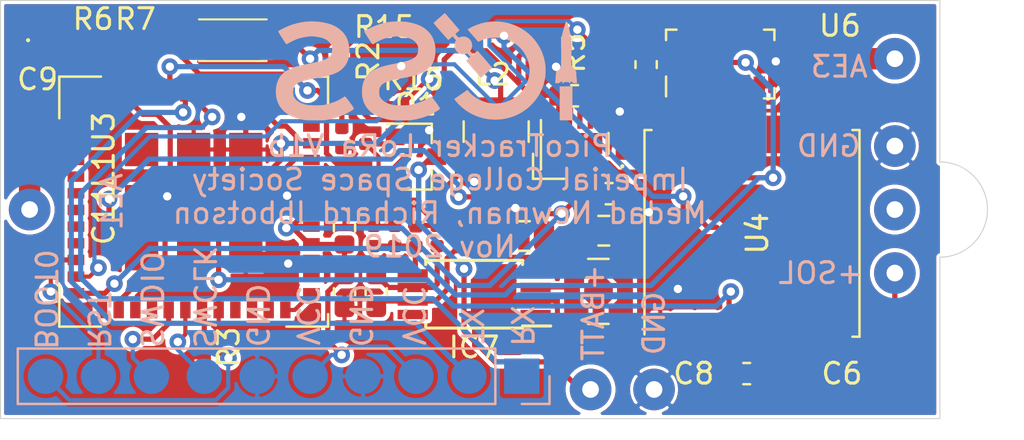
<source format=kicad_pcb>
(kicad_pcb (version 20171130) (host pcbnew "(5.1.2)-1")
  (title_block (title "PCB for Lora Pico Tracker") (date 2019-10-21) (company "Imperial College Space Society") (comment 1 "Richard Ibbotson, Medad Newman"))
  (layers (0 F.Cu signal hide) (31 B.Cu signal) (34 B.Paste user) (35 F.Paste user hide) (36 B.SilkS user) (37 F.SilkS user hide) (38 B.Mask user hide) (39 F.Mask user hide) (44 Edge.Cuts user))
  (net 0 "")
  (net 1 GND)
  (net 2 "Net-(C9-Pad1)")
  (net 3 /I2C1_SDA)
  (net 4 /I2C1_SCL)
  (net 5 /RESET)
  (net 6 "Net-(AE1-Pad1)")
  (net 7 "Net-(D1-Pad2)")
  (net 8 /LED)
  (net 9 /SWITCH)
  (net 10 +SOL)
  (net 11 "Net-(AE3-Pad1)")
  (net 12 +BATT)
  (net 13 "Net-(C4-Pad1)")
  (net 14 VCC)
  (net 15 "Net-(C15-Pad2)")
  (net 16 "Net-(C15-Pad1)")
  (net 17 "Net-(C16-Pad1)")
  (net 18 "Net-(C17-Pad2)")
  (net 19 /GPS_TIMEPULSE)
  (net 20 "Net-(IC7-Pad3)")
  (net 21 /SENSOR_EN)
  (net 22 /SWDIO)
  (net 23 "Net-(L2-Pad2)")
  (net 24 /SWCLK)
  (net 25 /BATT_PWR_MEASURE)
  (net 26 "Net-(C13-Pad1)")
  (net 27 /SOLAR_VOLTS)
  (net 28 /BATT_VOLTS)
  (net 29 /TCXO_EN)
  (net 30 SENSOR_VCC)
  (net 31 /BOOT0)
  (net 32 /USART1_TX)
  (net 33 /USART1_RX)
  (net 34 "Net-(Q1-Pad2)")
  (module Package_TO_SOT_SMD:SOT-23 (layer F.Cu) (at 286.639 167.513)
    (fp_text reference Q1 (at 0 -2.5) (layer F.SilkS))
    (fp_text value Q_PMOS_GSD)
    (pad 3 smd rect (at 1 0) (size 0.9 0.8) (layers F.Cu F.Paste F.Mask) (net 12 +BATT))
    (pad 2 smd rect (at -1 0.95) (size 0.9 0.8) (layers F.Cu F.Paste F.Mask) (net 34 "Net-(Q1-Pad2)"))
    (pad 1 smd rect (at -1 -0.95) (size 0.9 0.8) (layers F.Cu F.Paste F.Mask) (net 26 "Net-(C13-Pad1)"))
  )
  (module pico_tracker:10Pad (layer B.Cu) (at 291.719 178.054 90)
    (fp_text reference J1 hide)
    (fp_text value Conn_01x10)
    (pad 10 smd oval (at 0 -22.86 90) (size 1.7 1.7) (layers B.Cu B.Paste B.Mask) (net 31 /BOOT0))
    (pad 9 smd oval (at 0 -20.32 90) (size 1.7 1.7) (layers B.Cu B.Paste B.Mask) (net 5 /RESET))
    (pad 8 smd oval (at 0 -17.78 90) (size 1.7 1.7) (layers B.Cu B.Paste B.Mask) (net 22 /SWDIO))
    (pad 7 smd oval (at 0 -15.24 90) (size 1.7 1.7) (layers B.Cu B.Paste B.Mask) (net 24 /SWCLK))
    (pad 6 smd oval (at 0 -12.7 90) (size 1.7 1.7) (layers B.Cu B.Paste B.Mask) (net 1 GND))
    (pad 5 smd oval (at 0 -10.16 90) (size 1.7 1.7) (layers B.Cu B.Paste B.Mask) (net 14 VCC))
    (pad 4 smd oval (at 0 -7.62 90) (size 1.7 1.7) (layers B.Cu B.Paste B.Mask) (net 1 GND))
    (pad 3 smd oval (at 0 -5.08 90) (size 1.7 1.7) (layers B.Cu B.Paste B.Mask) (net 14 VCC))
    (pad 2 smd oval (at 0 -2.54 90) (size 1.7 1.7) (layers B.Cu B.Paste B.Mask) (net 32 /USART1_TX))
    (pad 1 smd rect (at 0 0 90) (size 1.7 1.7) (layers B.Cu B.Paste B.Mask) (net 33 /USART1_RX))
  )
  (module Resistor_SMD:R_0402_1005Metric (layer F.Cu) (at 284.584 164.973)
    (fp_text reference R15 (at 0.531 -3.683) (layer F.SilkS))
    (fp_text value 100K)
    (pad 2 smd roundrect (at 0.485 0) (size 0.59 0.64) (layers F.Cu F.Paste F.Mask) (net 28 /BATT_VOLTS))
    (pad 1 smd roundrect (at -0.485 0) (size 0.59 0.64) (layers F.Cu F.Paste F.Mask) (net 34 "Net-(Q1-Pad2)"))
  )
  (module Resistor_SMD:R_0402_1005Metric (layer F.Cu) (at 286.512 164.973)
    (fp_text reference R16 (at 0 -1.17) (layer F.SilkS))
    (fp_text value 100K)
    (pad 2 smd roundrect (at 0.485 0) (size 0.59 0.64) (layers F.Cu F.Paste F.Mask) (net 1 GND))
    (pad 1 smd roundrect (at -0.485 0) (size 0.59 0.64) (layers F.Cu F.Paste F.Mask) (net 28 /BATT_VOLTS))
  )
  (module flight-computer:L_Coilcraft_LPS3015 (layer F.Cu) (at 295.402 173.99)
    (fp_text reference L3 hide)
    (fp_text value 10uH)
    (pad 2 smd rect (at 0.78994 0.72898 135) (size 0.3 0.58) (layers F.Cu F.Paste F.Mask) (net 10 +SOL))
    (pad 2 smd rect (at 1.397 1.27 135.7) (size 0.36 0.36) (layers F.Cu F.Paste F.Mask) (net 10 +SOL))
    (pad 2 smd rect (at 0.94 1.175) (size 0.91 0.7) (layers F.Cu F.Paste F.Mask) (net 10 +SOL))
    (pad 2 smd rect (at 1.397 -1.27 225) (size 0.36 0.36) (layers F.Cu F.Paste F.Mask) (net 10 +SOL))
    (pad 2 smd rect (at 0.78994 -0.7239 225) (size 0.3 0.58) (layers F.Cu F.Paste F.Mask) (net 10 +SOL))
    (pad 2 smd rect (at 0.94 -1.175) (size 0.91 0.7) (layers F.Cu F.Paste F.Mask) (net 10 +SOL))
    (pad 2 smd rect (at 1.27 0) (size 0.76 2.54) (layers F.Cu F.Paste F.Mask) (net 10 +SOL))
    (pad 1 smd rect (at -0.79248 0.7239 225) (size 0.3 0.58) (layers F.Cu F.Paste F.Mask) (net 20 "Net-(IC7-Pad3)"))
    (pad 1 smd rect (at -0.94 1.175) (size 0.91 0.7) (layers F.Cu F.Paste F.Mask) (net 20 "Net-(IC7-Pad3)"))
    (pad 1 smd rect (at -1.397 1.27 225.5) (size 0.36 0.36) (layers F.Cu F.Paste F.Mask) (net 20 "Net-(IC7-Pad3)"))
    (pad 1 smd rect (at -1.397 -1.27 135) (size 0.36 0.36) (layers F.Cu F.Paste F.Mask) (net 20 "Net-(IC7-Pad3)"))
    (pad 1 smd rect (at -0.79248 -0.72644 135) (size 0.3 0.58) (layers F.Cu F.Paste F.Mask) (net 20 "Net-(IC7-Pad3)"))
    (pad 1 smd rect (at -0.94 -1.175) (size 0.91 0.7) (layers F.Cu F.Paste F.Mask) (net 20 "Net-(IC7-Pad3)"))
    (pad 1 smd rect (at -1.27 0) (size 0.76 2.54) (layers F.Cu F.Paste F.Mask) (net 20 "Net-(IC7-Pad3)"))
  )
  (module flight-computer:L_Coilcraft_LPS3015 (layer F.Cu) (at 290.481 166.319 270)
    (fp_text reference L2 (at -2.743 0.159 180) (layer F.SilkS))
    (fp_text value 2.2uH)
    (pad 2 smd rect (at 0.78994 0.72898 45) (size 0.3 0.58) (layers F.Cu F.Paste F.Mask) (net 23 "Net-(L2-Pad2)"))
    (pad 2 smd rect (at 1.397 1.27 45.7) (size 0.36 0.36) (layers F.Cu F.Paste F.Mask) (net 23 "Net-(L2-Pad2)"))
    (pad 2 smd rect (at 0.94 1.175 270) (size 0.91 0.7) (layers F.Cu F.Paste F.Mask) (net 23 "Net-(L2-Pad2)"))
    (pad 2 smd rect (at 1.397 -1.27 135) (size 0.36 0.36) (layers F.Cu F.Paste F.Mask) (net 23 "Net-(L2-Pad2)"))
    (pad 2 smd rect (at 0.78994 -0.7239 135) (size 0.3 0.58) (layers F.Cu F.Paste F.Mask) (net 23 "Net-(L2-Pad2)"))
    (pad 2 smd rect (at 0.94 -1.175 270) (size 0.91 0.7) (layers F.Cu F.Paste F.Mask) (net 23 "Net-(L2-Pad2)"))
    (pad 2 smd rect (at 1.27 0 270) (size 0.76 2.54) (layers F.Cu F.Paste F.Mask) (net 23 "Net-(L2-Pad2)"))
    (pad 1 smd rect (at -0.79248 0.7239 135) (size 0.3 0.58) (layers F.Cu F.Paste F.Mask) (net 14 VCC))
    (pad 1 smd rect (at -0.94 1.175 270) (size 0.91 0.7) (layers F.Cu F.Paste F.Mask) (net 14 VCC))
    (pad 1 smd rect (at -1.397 1.27 135.5) (size 0.36 0.36) (layers F.Cu F.Paste F.Mask) (net 14 VCC))
    (pad 1 smd rect (at -1.397 -1.27 45) (size 0.36 0.36) (layers F.Cu F.Paste F.Mask) (net 14 VCC))
    (pad 1 smd rect (at -0.79248 -0.72644 45) (size 0.3 0.58) (layers F.Cu F.Paste F.Mask) (net 14 VCC))
    (pad 1 smd rect (at -0.94 -1.175 270) (size 0.91 0.7) (layers F.Cu F.Paste F.Mask) (net 14 VCC))
    (pad 1 smd rect (at -1.27 0 270) (size 0.76 2.54) (layers F.Cu F.Paste F.Mask) (net 14 VCC))
  )
  (module Resistor_SMD:R_0402_1005Metric (layer F.Cu) (at 295.402 162.537 90)
    (fp_text reference R5 (at 0 -1.17 90) (layer F.SilkS))
    (fp_text value 4.7K)
    (pad 2 smd roundrect (at 0.485 0 90) (size 0.59 0.64) (layers F.Cu F.Paste F.Mask) (net 4 /I2C1_SCL))
    (pad 1 smd roundrect (at -0.485 0 90) (size 0.59 0.64) (layers F.Cu F.Paste F.Mask) (net 30 SENSOR_VCC))
  )
  (module Resistor_SMD:R_0402_1005Metric (layer F.Cu) (at 296.418 162.56 90)
    (fp_text reference R4 hide)
    (fp_text value 4.7K)
    (pad 2 smd roundrect (at 0.485 0 90) (size 0.59 0.64) (layers F.Cu F.Paste F.Mask) (net 3 /I2C1_SDA))
    (pad 1 smd roundrect (at -0.485 0 90) (size 0.59 0.64) (layers F.Cu F.Paste F.Mask) (net 30 SENSOR_VCC))
  )
  (module Capacitor_SMD:C_0402_1005Metric (layer F.Cu) (at 284.226 167.386 270)
    (fp_text reference C13 hide)
    (fp_text value 100nF)
    (pad 2 smd roundrect (at 0.485 0 270) (size 0.59 0.64) (layers F.Cu F.Paste F.Mask) (net 25 /BATT_PWR_MEASURE))
    (pad 1 smd roundrect (at -0.485 0 270) (size 0.59 0.64) (layers F.Cu F.Paste F.Mask) (net 26 "Net-(C13-Pad1)"))
  )
  (module Capacitor_SMD:C_0603_1608Metric (layer F.Cu) (at 283.21 170.942 90)
    (fp_text reference C7)
    (fp_text value 1uF)
    (pad 1 smd roundrect (at -0.7875 0 90) (size 0.875 0.95) (layers F.Cu F.Paste F.Mask) (net 14 VCC))
    (pad 2 smd roundrect (at 0.7875 0 90) (size 0.875 0.95) (layers F.Cu F.Paste F.Mask) (net 1 GND))
  )
  (module Capacitor_SMD:C_0402_1005Metric (layer F.Cu) (at 283.464 168.91)
    (fp_text reference C5)
    (fp_text value 100nF)
    (pad 1 smd roundrect (at -0.485 0) (size 0.59 0.64) (layers F.Cu F.Paste F.Mask) (net 14 VCC))
    (pad 2 smd roundrect (at 0.485 0) (size 0.59 0.64) (layers F.Cu F.Paste F.Mask) (net 1 GND))
  )
  (module flight-computer:EVPAWCD4A (layer F.Cu) (at 277.375 161.925 180)
    (fp_text reference SW1 hide)
    (fp_text value SW_Push hide)
    (pad 2 smd rect (at -2.1 0 180) (size 0.55 1.5) (layers F.Cu F.Paste F.Mask) (net 14 VCC))
    (pad 1 smd rect (at 1.15 0 180) (size 0.55 1.5) (layers F.Cu F.Paste F.Mask) (net 9 /SWITCH))
  )
  (module Connector_Wire:SolderWirePad_1x01_Drill0.8mm (layer B.Cu) (at 309.626 173.101)
    (fp_text reference +SOL (at -3.556 0) (layer B.SilkS) (effects (justify mirror)))
    (fp_text value +SOL)
    (pad 1 thru_hole circle (at 0 0) (size 1.99898 1.99898) (drill 0.8001) (layers *.Cu *.Mask) (net 10 +SOL))
  )
  (module Resistor_SMD:R_0402_1005Metric (layer F.Cu) (at 282.956 163.068 270)
    (fp_text reference R2 (at -0.127 -1.397 90) (layer F.SilkS))
    (fp_text value 100K)
    (pad 2 smd roundrect (at 0.485 0 270) (size 0.59 0.64) (layers F.Cu F.Paste F.Mask) (net 27 /SOLAR_VOLTS))
    (pad 1 smd roundrect (at -0.485 0 270) (size 0.59 0.64) (layers F.Cu F.Paste F.Mask) (net 10 +SOL))
  )
  (module Resistor_SMD:R_0402_1005Metric (layer F.Cu) (at 271.145 161.925)
    (fp_text reference R6 (at 0 -1.016) (layer F.SilkS))
    (fp_text value 1K)
    (pad 2 smd roundrect (at 0.485 0) (size 0.59 0.64) (layers F.Cu F.Paste F.Mask) (net 8 /LED))
    (pad 1 smd roundrect (at -0.485 0) (size 0.59 0.64) (layers F.Cu F.Paste F.Mask) (net 7 "Net-(D1-Pad2)"))
  )
  (module LED_SMD:LED_0402_1005Metric (layer F.Cu) (at 269.113 161.925)
    (fp_text reference D1 hide)
    (fp_text value LED)
    (pad 2 smd roundrect (at 0.485 0) (size 0.59 0.64) (layers F.Cu F.Paste F.Mask) (net 7 "Net-(D1-Pad2)"))
    (pad 1 smd roundrect (at -0.485 0) (size 0.59 0.64) (layers F.Cu F.Paste F.Mask) (net 1 GND))
  )
  (module Resistor_SMD:R_0402_1005Metric (layer F.Cu) (at 283.083 166.624 270)
    (fp_text reference R9 hide)
    (fp_text value 100K)
    (pad 2 smd roundrect (at 0.485 0 270) (size 0.59 0.64) (layers F.Cu F.Paste F.Mask) (net 1 GND))
    (pad 1 smd roundrect (at -0.485 0 270) (size 0.59 0.64) (layers F.Cu F.Paste F.Mask) (net 27 /SOLAR_VOLTS))
  )
  (module Capacitor_SMD:C_0402_1005Metric (layer F.Cu) (at 305.077 177.673)
    (fp_text reference C6 (at 2.009 0.254) (layer F.SilkS))
    (fp_text value 100nF)
    (pad 2 smd roundrect (at 0.485 0) (size 0.59 0.64) (layers F.Cu F.Paste F.Mask) (net 1 GND))
    (pad 1 smd roundrect (at -0.485 0) (size 0.59 0.64) (layers F.Cu F.Paste F.Mask) (net 30 SENSOR_VCC))
  )
  (module flight-computer:ICSS_Logo (layer B.Cu) (at 287.147 163.195 180)
    (fp_text reference J6 hide)
    (fp_text value "ICSS LOGO" hide)
  )
  (module Resistor_SMD:R_0402_1005Metric (layer F.Cu) (at 286.131 169.799 180)
    (fp_text reference R1 hide)
    (fp_text value 10K)
    (pad 2 smd roundrect (at 0.485 0 180) (size 0.59 0.64) (layers F.Cu F.Paste F.Mask) (net 26 "Net-(C13-Pad1)"))
    (pad 1 smd roundrect (at -0.485 0 180) (size 0.59 0.64) (layers F.Cu F.Paste F.Mask) (net 12 +BATT))
  )
  (module Diode_SMD:D_0402_1005Metric (layer F.Cu) (at 296.545 166.885 90)
    (fp_text reference D2 hide)
    (fp_text value D_Schottky)
    (pad 2 smd roundrect (at 0.485 0 90) (size 0.59 0.64) (layers F.Cu F.Paste F.Mask) (net 1 GND))
    (pad 1 smd roundrect (at -0.485 0 90) (size 0.59 0.64) (layers F.Cu F.Paste F.Mask) (net 12 +BATT))
  )
  (module Capacitor_SMD:C_0805_2012Metric (layer F.Cu) (at 291.846 171.323)
    (fp_text reference C17 hide)
    (fp_text value 22uF)
    (pad 2 smd roundrect (at 0.9375 0) (size 0.975 1.4) (layers F.Cu F.Paste F.Mask) (net 18 "Net-(C17-Pad2)"))
    (pad 1 smd roundrect (at -0.9375 0) (size 0.975 1.4) (layers F.Cu F.Paste F.Mask) (net 1 GND))
  )
  (module RF_GPS:ublox_MAX (layer F.Cu) (at 302.768 171.196 90)
    (fp_text reference U4 (at 0 0.254 90) (layer F.SilkS))
    (fp_text value MAX-M8C)
    (pad 18 smd rect (at 4.75 -4.4 90) (size 1.8 0.7) (layers F.Cu F.Paste F.Mask))
    (pad 17 smd rect (at 4.75 -3.3 90) (size 1.8 0.8) (layers F.Cu F.Paste F.Mask) (net 4 /I2C1_SCL))
    (pad 16 smd rect (at 4.75 -2.2 90) (size 1.8 0.8) (layers F.Cu F.Paste F.Mask) (net 3 /I2C1_SDA))
    (pad 15 smd rect (at 4.75 -1.1 90) (size 1.8 0.8) (layers F.Cu F.Paste F.Mask))
    (pad 14 smd rect (at 4.75 0 90) (size 1.8 0.8) (layers F.Cu F.Paste F.Mask))
    (pad 13 smd rect (at 4.75 1.1 90) (size 1.8 0.8) (layers F.Cu F.Paste F.Mask) (net 1 GND))
    (pad 12 smd rect (at 4.75 2.2 90) (size 1.8 0.8) (layers F.Cu F.Paste F.Mask) (net 1 GND))
    (pad 11 smd rect (at 4.75 3.3 90) (size 1.8 0.8) (layers F.Cu F.Paste F.Mask) (net 11 "Net-(AE3-Pad1)"))
    (pad 10 smd rect (at 4.75 4.4 90) (size 1.8 0.7) (layers F.Cu F.Paste F.Mask) (net 1 GND))
    (pad 9 smd rect (at -4.75 4.4 90) (size 1.8 0.7) (layers F.Cu F.Paste F.Mask) (net 30 SENSOR_VCC))
    (pad 8 smd rect (at -4.75 3.3 90) (size 1.8 0.8) (layers F.Cu F.Paste F.Mask) (net 30 SENSOR_VCC))
    (pad 7 smd rect (at -4.75 2.2 90) (size 1.8 0.8) (layers F.Cu F.Paste F.Mask) (net 30 SENSOR_VCC))
    (pad 6 smd rect (at -4.75 1.1 90) (size 1.8 0.8) (layers F.Cu F.Paste F.Mask))
    (pad 5 smd rect (at -4.75 0 90) (size 1.8 0.8) (layers F.Cu F.Paste F.Mask))
    (pad 4 smd rect (at -4.75 -1.1 90) (size 1.8 0.8) (layers F.Cu F.Paste F.Mask) (net 19 /GPS_TIMEPULSE))
    (pad 3 smd rect (at -4.75 -2.2 90) (size 1.8 0.8) (layers F.Cu F.Paste F.Mask))
    (pad 2 smd rect (at -4.75 -3.3 90) (size 1.8 0.8) (layers F.Cu F.Paste F.Mask))
    (pad 1 smd rect (at -4.75 -4.4 90) (size 1.8 0.7) (layers F.Cu F.Paste F.Mask) (net 1 GND))
  )
  (module Package_SON:WSON-12-1EP_3x2mm_P0.5mm_EP1x2.65 (layer F.Cu) (at 294.259 166.878 90)
    (fp_text reference U2 hide)
    (fp_text value TPS62740)
    (pad 13 smd rect (at 0 0 90) (size 1 2.65) (layers F.Cu F.Mask))
    (pad 12 smd rect (at 0.95 -1.25 90) (size 0.5 0.25) (layers F.Cu F.Paste F.Mask) (net 12 +BATT))
    (pad 11 smd rect (at 0.95 -0.75 90) (size 0.5 0.25) (layers F.Cu F.Paste F.Mask) (net 1 GND))
    (pad 10 smd rect (at 0.95 -0.25 90) (size 0.5 0.25) (layers F.Cu F.Paste F.Mask) (net 1 GND))
    (pad 9 smd rect (at 0.95 0.25 90) (size 0.5 0.25) (layers F.Cu F.Paste F.Mask) (net 12 +BATT))
    (pad 8 smd rect (at 0.95 0.75 90) (size 0.5 0.25) (layers F.Cu F.Paste F.Mask) (net 12 +BATT))
    (pad 7 smd rect (at 0.95 1.25 90) (size 0.5 0.25) (layers F.Cu F.Paste F.Mask))
    (pad 6 smd rect (at -0.95 1.25 90) (size 0.5 0.25) (layers F.Cu F.Paste F.Mask) (net 30 SENSOR_VCC))
    (pad 5 smd rect (at -0.95 0.75 90) (size 0.5 0.25) (layers F.Cu F.Paste F.Mask) (net 14 VCC))
    (pad 4 smd rect (at -0.95 0.25 90) (size 0.5 0.25) (layers F.Cu F.Paste F.Mask) (net 21 /SENSOR_EN))
    (pad 3 smd rect (at -0.95 -0.25 90) (size 0.5 0.25) (layers F.Cu F.Paste F.Mask) (net 1 GND))
    (pad 2 smd rect (at -0.95 -0.75 90) (size 0.5 0.25) (layers F.Cu F.Paste F.Mask) (net 23 "Net-(L2-Pad2)"))
    (pad 1 smd rect (at -0.95 -1.25 90) (size 0.5 0.25) (layers F.Cu F.Paste F.Mask) (net 12 +BATT))
  )
  (module Connector_Wire:SolderWirePad_1x01_Drill0.8mm (layer B.Cu) (at 309.626 170.053)
    (fp_text reference SolarCellMount1 hide)
    (fp_text value Unconnected)
    (pad 1 thru_hole circle (at 0 0) (size 1.99898 1.99898) (drill 0.8001) (layers *.Cu *.Mask))
  )
  (module Resistor_SMD:R_0402_1005Metric (layer F.Cu) (at 284.607 171.323 270)
    (fp_text reference R14 hide)
    (fp_text value 5.1M)
    (pad 2 smd roundrect (at 0.485 0 270) (size 0.59 0.64) (layers F.Cu F.Paste F.Mask) (net 17 "Net-(C16-Pad1)"))
    (pad 1 smd roundrect (at -0.485 0 270) (size 0.59 0.64) (layers F.Cu F.Paste F.Mask) (net 1 GND))
  )
  (module Resistor_SMD:R_0402_1005Metric (layer F.Cu) (at 286.639 171.346 90)
    (fp_text reference R13 hide)
    (fp_text value 10M)
    (pad 2 smd roundrect (at 0.485 0 90) (size 0.59 0.64) (layers F.Cu F.Paste F.Mask) (net 12 +BATT))
    (pad 1 smd roundrect (at -0.485 0 90) (size 0.59 0.64) (layers F.Cu F.Paste F.Mask) (net 17 "Net-(C16-Pad1)"))
  )
  (module Resistor_SMD:R_0402_1005Metric (layer F.Cu) (at 289.156 170.815 180)
    (fp_text reference R12 hide)
    (fp_text value 1Ohm)
    (pad 2 smd roundrect (at 0.485 0 180) (size 0.59 0.64) (layers F.Cu F.Paste F.Mask) (net 12 +BATT))
    (pad 1 smd roundrect (at -0.485 0 180) (size 0.59 0.64) (layers F.Cu F.Paste F.Mask) (net 18 "Net-(C17-Pad2)"))
  )
  (module Resistor_SMD:R_0402_1005Metric (layer F.Cu) (at 287.655 171.323 270)
    (fp_text reference R11 hide)
    (fp_text value 1K)
    (pad 2 smd roundrect (at 0.485 0 270) (size 0.59 0.64) (layers F.Cu F.Paste F.Mask) (net 15 "Net-(C15-Pad2)"))
    (pad 1 smd roundrect (at -0.485 0 270) (size 0.59 0.64) (layers F.Cu F.Paste F.Mask) (net 12 +BATT))
  )
  (module Resistor_SMD:R_0402_1005Metric (layer F.Cu) (at 289.179 171.831 180)
    (fp_text reference R10 hide)
    (fp_text value 1K)
    (pad 2 smd roundrect (at 0.485 0 180) (size 0.59 0.64) (layers F.Cu F.Paste F.Mask) (net 16 "Net-(C15-Pad1)"))
    (pad 1 smd roundrect (at -0.485 0 180) (size 0.59 0.64) (layers F.Cu F.Paste F.Mask) (net 18 "Net-(C17-Pad2)"))
  )
  (module Resistor_SMD:R_0402_1005Metric (layer F.Cu) (at 294.767 176.53 180)
    (fp_text reference R8 hide)
    (fp_text value 1K)
    (pad 2 smd roundrect (at 0.485 0 180) (size 0.59 0.64) (layers F.Cu F.Paste F.Mask) (net 13 "Net-(C4-Pad1)"))
    (pad 1 smd roundrect (at -0.485 0 180) (size 0.59 0.64) (layers F.Cu F.Paste F.Mask) (net 10 +SOL))
  )
  (module Resistor_SMD:R_0402_1005Metric (layer F.Cu) (at 276.479 176.657 270)
    (fp_text reference R3 (at 0 -1.17 90) (layer F.SilkS))
    (fp_text value 10K)
    (pad 2 smd roundrect (at 0.485 0 270) (size 0.59 0.64) (layers F.Cu F.Paste F.Mask) (net 1 GND))
    (pad 1 smd roundrect (at -0.485 0 270) (size 0.59 0.64) (layers F.Cu F.Paste F.Mask) (net 31 /BOOT0))
  )
  (module Capacitor_SMD:C_0402_1005Metric (layer F.Cu) (at 267.97 166.497 90)
    (fp_text reference L1 (at -1.651 3.683 90) (layer F.SilkS))
    (fp_text value NF)
    (pad 2 smd roundrect (at 0.485 0 90) (size 0.59 0.64) (layers F.Cu F.Paste F.Mask) (net 2 "Net-(C9-Pad1)"))
    (pad 1 smd roundrect (at -0.485 0 90) (size 0.59 0.64) (layers F.Cu F.Paste F.Mask) (net 6 "Net-(AE1-Pad1)"))
  )
  (module Connector_Wire:SolderWirePad_1x01_Drill0.8mm (layer B.Cu) (at 298.069 178.689 90)
    (fp_text reference GND (at 3.175 0 -90) (layer B.SilkS) (effects (justify mirror)))
    (fp_text value BATT_GND)
    (pad 1 thru_hole circle (at 0 0 90) (size 1.99898 1.99898) (drill 0.8001) (layers *.Cu *.Mask) (net 1 GND))
  )
  (module Connector_Wire:SolderWirePad_1x01_Drill0.8mm (layer B.Cu) (at 295.021 178.689 90)
    (fp_text reference +BATT (at 3.683 0.127 -90) (layer B.SilkS) (effects (justify mirror)))
    (fp_text value BATT_V+)
    (pad 1 thru_hole circle (at 0 0 90) (size 1.99898 1.99898) (drill 0.8001) (layers *.Cu *.Mask) (net 12 +BATT))
  )
  (module Capacitor_SMD:C_0402_1005Metric (layer F.Cu) (at 285.623 171.323 90)
    (fp_text reference C16 hide)
    (fp_text value 1nF)
    (pad 2 smd roundrect (at 0.485 0 90) (size 0.59 0.64) (layers F.Cu F.Paste F.Mask) (net 1 GND))
    (pad 1 smd roundrect (at -0.485 0 90) (size 0.59 0.64) (layers F.Cu F.Paste F.Mask) (net 17 "Net-(C16-Pad1)"))
  )
  (module Capacitor_SMD:C_0603_1608Metric (layer F.Cu) (at 284.734 173.99 90)
    (fp_text reference C15 hide)
    (fp_text value 1uF)
    (pad 2 smd roundrect (at 0.7875 0 90) (size 0.875 0.95) (layers F.Cu F.Paste F.Mask) (net 15 "Net-(C15-Pad2)"))
    (pad 1 smd roundrect (at -0.7875 0 90) (size 0.875 0.95) (layers F.Cu F.Paste F.Mask) (net 16 "Net-(C15-Pad1)"))
  )
  (module Capacitor_SMD:C_0603_1608Metric (layer F.Cu) (at 297.688 163.0935 90)
    (fp_text reference C14 hide)
    (fp_text value 220nF)
    (pad 2 smd roundrect (at 0.7875 0 90) (size 0.875 0.95) (layers F.Cu F.Paste F.Mask) (net 1 GND))
    (pad 1 smd roundrect (at -0.7875 0 90) (size 0.875 0.95) (layers F.Cu F.Paste F.Mask) (net 30 SENSOR_VCC))
  )
  (module Capacitor_SMD:C_0603_1608Metric (layer F.Cu) (at 295.91 169.291)
    (fp_text reference C12 hide)
    (fp_text value 10uF)
    (pad 2 smd roundrect (at 0.7875 0) (size 0.875 0.95) (layers F.Cu F.Paste F.Mask) (net 1 GND))
    (pad 1 smd roundrect (at -0.7875 0) (size 0.875 0.95) (layers F.Cu F.Paste F.Mask) (net 14 VCC))
  )
  (module Capacitor_SMD:C_0402_1005Metric (layer F.Cu) (at 268.478 168.021)
    (fp_text reference C11 (at 3.175 2.286 90) (layer F.SilkS))
    (fp_text value NF)
    (pad 2 smd roundrect (at 0.485 0) (size 0.59 0.64) (layers F.Cu F.Paste F.Mask) (net 1 GND))
    (pad 1 smd roundrect (at -0.485 0) (size 0.59 0.64) (layers F.Cu F.Paste F.Mask) (net 6 "Net-(AE1-Pad1)"))
  )
  (module Capacitor_SMD:C_0402_1005Metric (layer F.Cu) (at 268.478 164.973)
    (fp_text reference C9 (at 0 -1.17) (layer F.SilkS))
    (fp_text value NF)
    (pad 2 smd roundrect (at 0.485 0) (size 0.59 0.64) (layers F.Cu F.Paste F.Mask) (net 1 GND))
    (pad 1 smd roundrect (at -0.485 0) (size 0.59 0.64) (layers F.Cu F.Paste F.Mask) (net 2 "Net-(C9-Pad1)"))
  )
  (module Capacitor_SMD:C_0603_1608Metric (layer F.Cu) (at 302.514 177.927 180)
    (fp_text reference C8 (at 2.54 0) (layer F.SilkS))
    (fp_text value 10uF)
    (pad 2 smd roundrect (at 0.7875 0 180) (size 0.875 0.95) (layers F.Cu F.Paste F.Mask) (net 1 GND))
    (pad 1 smd roundrect (at -0.7875 0 180) (size 0.875 0.95) (layers F.Cu F.Paste F.Mask) (net 30 SENSOR_VCC))
  )
  (module Capacitor_SMD:C_0402_1005Metric (layer F.Cu) (at 292.608 176.53 180)
    (fp_text reference C4 hide)
    (fp_text value 1nF)
    (pad 2 smd roundrect (at 0.485 0 180) (size 0.59 0.64) (layers F.Cu F.Paste F.Mask) (net 1 GND))
    (pad 1 smd roundrect (at -0.485 0 180) (size 0.59 0.64) (layers F.Cu F.Paste F.Mask) (net 13 "Net-(C4-Pad1)"))
  )
  (module Capacitor_SMD:C_0805_2012Metric (layer F.Cu) (at 295.656 171.069 180)
    (fp_text reference C3 hide)
    (fp_text value 4.7uF)
    (pad 2 smd roundrect (at 0.9375 0 180) (size 0.975 1.4) (layers F.Cu F.Paste F.Mask) (net 1 GND))
    (pad 1 smd roundrect (at -0.9375 0 180) (size 0.975 1.4) (layers F.Cu F.Paste F.Mask) (net 10 +SOL))
  )
  (module Capacitor_SMD:C_0603_1608Metric (layer F.Cu) (at 294.259 164.592 180)
    (fp_text reference C2 hide)
    (fp_text value 10uF)
    (pad 2 smd roundrect (at 0.7875 0 180) (size 0.875 0.95) (layers F.Cu F.Paste F.Mask) (net 1 GND))
    (pad 1 smd roundrect (at -0.7875 0 180) (size 0.875 0.95) (layers F.Cu F.Paste F.Mask) (net 12 +BATT))
  )
  (module Connector_Wire:SolderWirePad_1x01_Drill0.8mm (layer B.Cu) (at 309.626 162.814)
    (fp_text reference AE3 (at -2.667 0.381) (layer B.SilkS) (effects (justify mirror)))
    (fp_text value "GPS Antenna")
    (pad 1 thru_hole circle (at 0 0) (size 1.99898 1.99898) (drill 0.8001) (layers *.Cu *.Mask) (net 11 "Net-(AE3-Pad1)"))
  )
  (module Package_SO:TSSOP-8_4.4x3mm_P0.65mm (layer F.Cu) (at 289.433 174.117 180)
    (fp_text reference IC7 (at 0 -2.55) (layer F.SilkS))
    (fp_text value SPV1040)
    (pad 8 smd rect (at 2.95 -0.975 180) (size 1.45 0.45) (layers F.Cu F.Paste F.Mask))
    (pad 7 smd rect (at 2.95 -0.325 180) (size 1.45 0.45) (layers F.Cu F.Paste F.Mask) (net 16 "Net-(C15-Pad1)"))
    (pad 6 smd rect (at 2.95 0.325 180) (size 1.45 0.45) (layers F.Cu F.Paste F.Mask) (net 15 "Net-(C15-Pad2)"))
    (pad 5 smd rect (at 2.95 0.975 180) (size 1.45 0.45) (layers F.Cu F.Paste F.Mask) (net 17 "Net-(C16-Pad1)"))
    (pad 4 smd rect (at -2.95 0.975 180) (size 1.45 0.45) (layers F.Cu F.Paste F.Mask) (net 18 "Net-(C17-Pad2)"))
    (pad 3 smd rect (at -2.95 0.325 180) (size 1.45 0.45) (layers F.Cu F.Paste F.Mask) (net 20 "Net-(IC7-Pad3)"))
    (pad 2 smd rect (at -2.95 -0.325 180) (size 1.45 0.45) (layers F.Cu F.Paste F.Mask) (net 1 GND))
    (pad 1 smd rect (at -2.95 -0.975 180) (size 1.45 0.45) (layers F.Cu F.Paste F.Mask) (net 13 "Net-(C4-Pad1)"))
  )
  (module flight-computer:SolderWirePad_1x01_Drill0.8mm (layer F.Cu) (at 312.674 170.053)
    (fp_text reference StringHole1 hide)
    (fp_text value Unconnected)
    (pad "" np_thru_hole circle (at 0 0) (size 0.8 0.8) (drill 0.8) (layers *.Cu *.Mask))
  )
  (module Connector_Wire:SolderWirePad_1x01_Drill0.8mm (layer F.Cu) (at 266.319 169.164)
    (fp_text reference AE1 (at 5.715 0.508 90) (layer B.SilkS) (effects (justify mirror)))
    (fp_text value "Lora Antenna")
    (pad 1 thru_hole circle (at 1.778 0.889) (size 1.99898 1.99898) (drill 0.8001) (layers *.Cu *.Mask) (net 6 "Net-(AE1-Pad1)"))
  )
  (module Resistor_SMD:R_0402_1005Metric (layer F.Cu) (at 273.177 161.925 180)
    (fp_text reference R7 (at 0 1.016) (layer F.SilkS))
    (fp_text value 100K)
    (pad 2 smd roundrect (at 0.485 0 180) (size 0.59 0.64) (layers F.Cu F.Paste F.Mask) (net 1 GND))
    (pad 1 smd roundrect (at -0.485 0 180) (size 0.59 0.64) (layers F.Cu F.Paste F.Mask) (net 9 /SWITCH))
  )
  (module RF_Module:CMWX1ZZABZ (layer F.Cu) (at 275.971 169.672 180)
    (fp_text reference U3 (at 4.318 3.302 90) (layer F.SilkS))
    (fp_text value CMWX1ZZABZ-078)
    (pad 38 smd rect (at 3.6 -5.2 270) (size 0.8 0.5) (layers F.Cu F.Paste F.Mask) (net 21 /SENSOR_EN))
    (pad 26 smd rect (at 5.65 3.6 180) (size 0.8 0.5) (layers F.Cu F.Paste F.Mask) (net 2 "Net-(C9-Pad1)"))
    (pad 25 smd rect (at 5.65 4.4 180) (size 0.8 0.5) (layers F.Cu F.Paste F.Mask) (net 1 GND))
    (pad 24 smd rect (at 4.4 5.2 90) (size 0.8 0.5) (layers F.Cu F.Paste F.Mask) (net 8 /LED))
    (pad 23 smd rect (at 3.6 5.2 90) (size 0.8 0.5) (layers F.Cu F.Paste F.Mask) (net 9 /SWITCH))
    (pad 22 smd rect (at 2.8 5.2 90) (size 0.8 0.5) (layers F.Cu F.Paste F.Mask) (net 28 /BATT_VOLTS))
    (pad 21 smd rect (at 2 5.2 90) (size 0.8 0.5) (layers F.Cu F.Paste F.Mask) (net 27 /SOLAR_VOLTS))
    (pad 20 smd rect (at 1.2 5.2 90) (size 0.8 0.5) (layers F.Cu F.Paste F.Mask) (net 25 /BATT_PWR_MEASURE))
    (pad 19 smd rect (at 0.4 5.2 270) (size 0.8 0.5) (layers F.Cu F.Paste F.Mask) (net 32 /USART1_TX))
    (pad 18 smd rect (at -0.4 5.2 270) (size 0.8 0.5) (layers F.Cu F.Paste F.Mask) (net 33 /USART1_RX))
    (pad 17 smd rect (at -1.2 5.2 270) (size 0.8 0.5) (layers F.Cu F.Paste F.Mask))
    (pad 16 smd rect (at -2 5.2 270) (size 0.8 0.5) (layers F.Cu F.Paste F.Mask))
    (pad 15 smd rect (at -2.8 5.2 270) (size 0.8 0.5) (layers F.Cu F.Paste F.Mask) (net 19 /GPS_TIMEPULSE))
    (pad 14 smd rect (at -3.6 5.2 270) (size 0.8 0.5) (layers F.Cu F.Paste F.Mask))
    (pad 13 smd rect (at -4.4 5.2 270) (size 0.8 0.5) (layers F.Cu F.Paste F.Mask))
    (pad 12 smd rect (at -5.65 4.4 180) (size 0.8 0.5) (layers F.Cu F.Paste F.Mask))
    (pad 41 smd rect (at 1.2 -5.2 270) (size 0.8 0.5) (layers F.Cu F.Paste F.Mask) (net 22 /SWDIO))
    (pad 40 smd rect (at 2 -5.2 270) (size 0.8 0.5) (layers F.Cu F.Paste F.Mask))
    (pad 39 smd rect (at 2.8 -5.2 270) (size 0.8 0.5) (layers F.Cu F.Paste F.Mask))
    (pad 37 smd rect (at 4.4 -5.2 270) (size 0.8 0.5) (layers F.Cu F.Paste F.Mask))
    (pad 36 smd rect (at 5.65 -4.4 180) (size 0.8 0.5) (layers F.Cu F.Paste F.Mask) (net 3 /I2C1_SDA))
    (pad 35 smd rect (at 5.65 -3.6 180) (size 0.8 0.5) (layers F.Cu F.Paste F.Mask) (net 4 /I2C1_SCL))
    (pad 34 smd rect (at 5.65 -2.8 180) (size 0.8 0.5) (layers F.Cu F.Paste F.Mask) (net 5 /RESET))
    (pad 33 smd rect (at 5.65 -2 180) (size 0.8 0.5) (layers F.Cu F.Paste F.Mask))
    (pad 32 smd rect (at 5.65 -1.2 180) (size 0.8 0.5) (layers F.Cu F.Paste F.Mask))
    (pad 31 smd rect (at 5.65 -0.4 180) (size 0.8 0.5) (layers F.Cu F.Paste F.Mask))
    (pad 30 smd rect (at 5.65 0.4 180) (size 0.8 0.5) (layers F.Cu F.Paste F.Mask))
    (pad 29 smd rect (at 5.65 1.2 180) (size 0.8 0.5) (layers F.Cu F.Paste F.Mask))
    (pad 28 smd rect (at 5.65 2 180) (size 0.8 0.5) (layers F.Cu F.Paste F.Mask))
    (pad 27 smd rect (at 5.65 2.8 180) (size 0.8 0.5) (layers F.Cu F.Paste F.Mask) (net 1 GND))
    (pad 11 smd rect (at -5.65 3.6 180) (size 0.8 0.5) (layers F.Cu F.Paste F.Mask))
    (pad 10 smd rect (at -5.65 2.8 180) (size 0.8 0.5) (layers F.Cu F.Paste F.Mask))
    (pad 9 smd rect (at -5.65 2 180) (size 0.8 0.5) (layers F.Cu F.Paste F.Mask))
    (pad 8 smd rect (at -5.65 1.2 180) (size 0.8 0.5) (layers F.Cu F.Paste F.Mask))
    (pad 7 smd rect (at -5.65 0.4 180) (size 0.8 0.5) (layers F.Cu F.Paste F.Mask) (net 1 GND))
    (pad 6 smd rect (at -5.65 -0.4 180) (size 0.8 0.5) (layers F.Cu F.Paste F.Mask) (net 14 VCC))
    (pad 5 smd rect (at -5.65 -1.2 180) (size 0.8 0.5) (layers F.Cu F.Paste F.Mask) (net 14 VCC))
    (pad 4 smd rect (at -5.65 -2 180) (size 0.8 0.5) (layers F.Cu F.Paste F.Mask) (net 14 VCC))
    (pad 3 smd rect (at -5.65 -2.8 180) (size 0.8 0.5) (layers F.Cu F.Paste F.Mask) (net 1 GND))
    (pad 2 smd rect (at -5.65 -3.6 180) (size 0.8 0.5) (layers F.Cu F.Paste F.Mask))
    (pad 1 smd rect (at -5.65 -4.4 180) (size 0.8 0.5) (layers F.Cu F.Paste F.Mask) (net 29 /TCXO_EN))
    (pad 42 smd rect (at 0.4 -5.2 270) (size 0.8 0.5) (layers F.Cu F.Paste F.Mask) (net 24 /SWCLK))
    (pad 43 smd rect (at -0.4 -5.2 270) (size 0.8 0.5) (layers F.Cu F.Paste F.Mask) (net 31 /BOOT0))
    (pad 44 smd rect (at -1.2 -5.2 270) (size 0.8 0.5) (layers F.Cu F.Paste F.Mask) (net 1 GND))
    (pad 45 smd rect (at -2 -5.2 270) (size 0.8 0.5) (layers F.Cu F.Paste F.Mask))
    (pad 46 smd rect (at -2.8 -5.2 270) (size 0.8 0.5) (layers F.Cu F.Paste F.Mask))
    (pad 47 smd rect (at -3.6 -5.2 270) (size 0.8 0.5) (layers F.Cu F.Paste F.Mask))
    (pad 48 smd rect (at -4.4 -5.2 270) (size 0.8 0.5) (layers F.Cu F.Paste F.Mask) (net 29 /TCXO_EN))
    (pad 49 smd rect (at -2.5 -2.5 270) (size 1.6 1.6) (layers F.Cu F.Paste F.Mask) (net 1 GND))
    (pad 50 smd rect (at 0 -2.5 270) (size 1.6 1.6) (layers F.Cu F.Paste F.Mask) (net 1 GND))
    (pad 51 smd rect (at 2.5 -2.5 270) (size 1.6 1.6) (layers F.Cu F.Paste F.Mask) (net 1 GND))
    (pad 52 smd rect (at -2.5 0 270) (size 1.6 1.6) (layers F.Cu F.Paste F.Mask) (net 1 GND))
    (pad 53 smd rect (at 0 0 270) (size 1.6 1.6) (layers F.Cu F.Paste F.Mask) (net 1 GND))
    (pad 54 smd rect (at 2.5 0 270) (size 1.6 1.6) (layers F.Cu F.Paste F.Mask) (net 1 GND))
    (pad 55 smd rect (at -2.5 2.5 270) (size 1.6 1.6) (layers F.Cu F.Paste F.Mask) (net 1 GND))
    (pad 56 smd rect (at 0 2.5 270) (size 1.6 1.6) (layers F.Cu F.Paste F.Mask) (net 1 GND))
    (pad 57 smd rect (at 2.5 2.5 270) (size 1.6 1.6) (layers F.Cu F.Paste F.Mask) (net 1 GND))
  )
  (module Connector_Wire:SolderWirePad_1x01_Drill0.8mm (layer B.Cu) (at 309.626 167.005 90)
    (fp_text reference GND (at 0 -3.175) (layer B.SilkS) (effects (justify mirror)))
    (fp_text value GND)
    (pad 1 thru_hole circle (at 0 0 90) (size 1.99898 1.99898) (drill 0.8001) (layers *.Cu *.Mask) (net 1 GND))
  )
  (module Capacitor_SMD:C_0402_1005Metric (layer F.Cu) (at 268.478 172.466 180)
    (fp_text reference C1 hide)
    (fp_text value 100nF)
    (pad 2 smd roundrect (at 0.485 0 180) (size 0.59 0.64) (layers F.Cu F.Paste F.Mask) (net 1 GND))
    (pad 1 smd roundrect (at -0.485 0 180) (size 0.59 0.64) (layers F.Cu F.Paste F.Mask) (net 5 /RESET))
  )
  (module Capacitor_SMD:C_0603_1608Metric (layer F.Cu) (at 283.21 173.99 270)
    (fp_text reference C10 hide)
    (fp_text value 10uF)
    (pad 2 smd roundrect (at 0.7875 0 270) (size 0.875 0.95) (layers F.Cu F.Paste F.Mask) (net 1 GND))
    (pad 1 smd roundrect (at -0.7875 0 270) (size 0.875 0.95) (layers F.Cu F.Paste F.Mask) (net 14 VCC))
  )
  (module Package_LGA:LGA-8_3x5mm_P1.25mm (layer F.Cu) (at 301.244 163.068 90)
    (fp_text reference U6 (at 1.837 5.745 180) (layer F.SilkS))
    (fp_text value MS5607-02BA)
    (pad 4 smd rect (at -1.075 1.875 90) (size 0.95 0.55) (layers F.Cu F.Paste F.Mask) (net 1 GND))
    (pad 1 smd rect (at -1.075 -1.875 90) (size 0.95 0.55) (layers F.Cu F.Paste F.Mask) (net 30 SENSOR_VCC))
    (pad 2 smd rect (at -1.075 -0.625 90) (size 0.95 0.55) (layers F.Cu F.Paste F.Mask) (net 30 SENSOR_VCC))
    (pad 3 smd rect (at -1.075 0.625 90) (size 0.95 0.55) (layers F.Cu F.Paste F.Mask) (net 1 GND))
    (pad 8 smd rect (at 1.075 -1.875 90) (size 0.95 0.55) (layers F.Cu F.Paste F.Mask) (net 4 /I2C1_SCL))
    (pad 7 smd rect (at 1.075 -0.625 90) (size 0.95 0.55) (layers F.Cu F.Paste F.Mask) (net 3 /I2C1_SDA))
    (pad 6 smd rect (at 1.075 0.625 90) (size 0.95 0.55) (layers F.Cu F.Paste F.Mask))
    (pad 5 smd rect (at 1.075 1.875 90) (size 0.95 0.55) (layers F.Cu F.Paste F.Mask) (net 1 GND))
  )
  (gr_text BOOT0 (at 268.859 174.371 270) (layer B.SilkS) (effects (font (size 1 1)) (justify mirror)))
  (gr_text RST (at 271.399 175.387 270) (layer B.SilkS) (effects (font (size 1 1)) (justify mirror)))
  (gr_text SWDIO (at 273.939 174.371 270) (layer B.SilkS) (effects (font (size 1 1)) (justify mirror)))
  (gr_text SWCLK (at 276.479 174.244 270) (layer B.SilkS) (effects (font (size 1 1)) (justify mirror)))
  (gr_text VCC (at 281.432 175.133 270) (layer B.SilkS) (effects (font (size 1 1)) (justify mirror)))
  (gr_text "GND\n" (at 279.019 175.133 270) (layer B.SilkS) (effects (font (size 1 1)) (justify mirror)))
  (gr_text "GND\n" (at 283.972 175.133 270) (layer B.SilkS) (effects (font (size 1 1)) (justify mirror)))
  (gr_text VCC (at 286.512 175.133 270) (layer B.SilkS) (effects (font (size 1 1)) (justify mirror)))
  (gr_text RX (at 291.719 175.641 270) (layer B.SilkS) (effects (font (size 1 1)) (justify mirror)))
  (gr_text TX (at 289.306 175.641 270) (layer B.SilkS) (effects (font (size 1 1)) (justify mirror)))
  (gr_text TX (at 290.195 175.895) (layer F.Cu) (effects (font (size 1.5 1.5) (thickness 0.3))))
  (gr_line (start 266.7 160.02) (end 311.785 160.02) (layer Edge.Cuts) (width 0.05))
  (gr_line (start 266.7 180.086) (end 266.7 160.02) (layer Edge.Cuts) (width 0.05))
  (gr_line (start 311.785 180.086) (end 266.7 180.086) (layer Edge.Cuts) (width 0.05))
  (gr_text "PicoTracker LoRa V1b\nImperial College Space Society\nMedad Newman, Richard Ibbotson\nNov 2019" (at 287.782 169.418) (layer B.SilkS) (effects (font (size 1 1)) (justify mirror)))
  (gr_line (start 311.785 160.02) (end 311.785 167.767) (layer Edge.Cuts) (width 0.05))
  (gr_arc (start 311.785 170.053) (end 311.785 172.339) (angle -180) (layer Edge.Cuts) (width 0.05))
  (gr_line (start 311.785 180.086) (end 311.785 172.339) (layer Edge.Cuts) (width 0.05))
  (segment (start 294.009 165.1295) (end 293.4715 164.592) (width 0.25) (layer F.Cu) (net 1))
  (segment (start 294.009 165.928) (end 294.009 165.1295) (width 0.25) (layer F.Cu) (net 1))
  (segment (start 293.509 164.6295) (end 293.4715 164.592) (width 0.25) (layer F.Cu) (net 1))
  (segment (start 293.509 165.928) (end 293.509 164.6295) (width 0.25) (layer F.Cu) (net 1))
  (segment (start 296.545 166.4) (end 296.545 165.471681) (width 0.25) (layer F.Cu) (net 1))
  (segment (start 296.545 165.471681) (end 296.42266 165.349341) (width 0.25) (layer F.Cu) (net 1))
  (via (at 296.42266 165.349341) (size 0.8) (drill 0.4) (layers F.Cu B.Cu) (net 1))
  (segment (start 283.9235 170.1545) (end 284.607 170.838) (width 0.25) (layer F.Cu) (net 1))
  (segment (start 283.21 170.1545) (end 283.9235 170.1545) (width 0.25) (layer F.Cu) (net 1))
  (via (at 299.212 173.863) (size 0.8) (drill 0.4) (layers F.Cu B.Cu) (net 1))
  (segment (start 280.566436 169.272) (end 280.452604 169.385832) (width 0.25) (layer F.Cu) (net 1))
  (via (at 280.452604 169.385832) (size 0.8) (drill 0.4) (layers F.Cu B.Cu) (net 1))
  (segment (start 281.621 169.272) (end 280.566436 169.272) (width 0.25) (layer F.Cu) (net 1))
  (via (at 297.815 170.18) (size 0.8) (drill 0.4) (layers F.Cu B.Cu) (net 1))
  (via (at 293.36534 163.19966) (size 0.8) (drill 0.4) (layers F.Cu B.Cu) (net 1))
  (segment (start 300.969011 163.243011) (end 301.869 164.143) (width 0.25) (layer F.Cu) (net 1))
  (segment (start 298.625011 163.243011) (end 300.969011 163.243011) (width 0.25) (layer F.Cu) (net 1))
  (segment (start 297.688 162.306) (end 298.625011 163.243011) (width 0.25) (layer F.Cu) (net 1))
  (segment (start 291.535 174.442) (end 292.51 174.442) (width 0.25) (layer F.Cu) (net 1))
  (segment (start 291.435001 174.541999) (end 291.535 174.442) (width 0.25) (layer F.Cu) (net 1))
  (segment (start 291.338 175.745) (end 291.338 175.582002) (width 0.25) (layer F.Cu) (net 1))
  (segment (start 292.123 176.53) (end 291.338 175.745) (width 0.25) (layer F.Cu) (net 1))
  (segment (start 291.338 175.582002) (end 291.332999 175.577001) (width 0.25) (layer F.Cu) (net 1))
  (segment (start 291.332999 175.577001) (end 291.332999 174.606999) (width 0.25) (layer F.Cu) (net 1))
  (segment (start 291.332999 174.606999) (end 291.397999 174.541999) (width 0.25) (layer F.Cu) (net 1))
  (segment (start 291.397999 174.541999) (end 291.435001 174.541999) (width 0.25) (layer F.Cu) (net 1))
  (via (at 278.257004 165.608) (size 0.8) (drill 0.4) (layers F.Cu B.Cu) (net 1))
  (segment (start 278.471 165.821996) (end 278.257004 165.608) (width 0.25) (layer F.Cu) (net 1))
  (segment (start 278.471 167.172) (end 278.471 165.821996) (width 0.25) (layer F.Cu) (net 1))
  (via (at 289.433 168.71998) (size 0.8) (drill 0.4) (layers F.Cu B.Cu) (net 1))
  (segment (start 290.9085 171.323) (end 290.9085 170.482508) (width 0.2) (layer F.Cu) (net 1))
  (segment (start 289.832999 168.319981) (end 289.433 168.71998) (width 0.2) (layer F.Cu) (net 1))
  (segment (start 290.9085 170.482508) (end 291.414255 169.976753) (width 0.2) (layer F.Cu) (net 1))
  (segment (start 294.009 168.308702) (end 293.53969 168.778012) (width 0.2) (layer F.Cu) (net 1))
  (segment (start 292.47831 168.778012) (end 292.020279 168.319981) (width 0.2) (layer F.Cu) (net 1))
  (segment (start 292.020279 168.319981) (end 289.832999 168.319981) (width 0.2) (layer F.Cu) (net 1))
  (via (at 291.414255 169.976753) (size 0.8) (drill 0.4) (layers F.Cu B.Cu) (net 1))
  (segment (start 294.009 167.828) (end 294.009 168.308702) (width 0.2) (layer F.Cu) (net 1))
  (segment (start 293.53969 168.778012) (end 292.47831 168.778012) (width 0.2) (layer F.Cu) (net 1))
  (via (at 280.508537 172.646011) (size 0.8) (drill 0.4) (layers F.Cu B.Cu) (net 1))
  (segment (start 281.621 172.472) (end 280.682548 172.472) (width 0.25) (layer F.Cu) (net 1))
  (segment (start 278.945039 172.646011) (end 280.508537 172.646011) (width 0.25) (layer F.Cu) (net 1))
  (segment (start 278.471028 172.172) (end 278.945039 172.646011) (width 0.25) (layer F.Cu) (net 1))
  (segment (start 280.682548 172.472) (end 280.508537 172.646011) (width 0.25) (layer F.Cu) (net 1))
  (via (at 274.701 169.418) (size 0.8) (drill 0.4) (layers F.Cu B.Cu) (net 1))
  (via (at 303.911 162.941) (size 0.8) (drill 0.4) (layers F.Cu B.Cu) (net 1))
  (via (at 285.931773 163.167003) (size 0.8) (drill 0.4) (layers F.Cu B.Cu) (net 1))
  (via (at 287.274 166.243) (size 0.8) (drill 0.4) (layers F.Cu B.Cu) (net 1))
  (segment (start 268.03 166.072) (end 267.97 166.012) (width 0.5) (layer F.Cu) (net 2))
  (segment (start 270.321 166.072) (end 268.03 166.072) (width 0.5) (layer F.Cu) (net 2))
  (segment (start 267.993 165.989) (end 267.97 166.012) (width 0.5) (layer F.Cu) (net 2))
  (segment (start 267.993 164.973) (end 267.993 165.989) (width 0.5) (layer F.Cu) (net 2))
  (segment (start 300.619 162.193) (end 300.619 161.993) (width 0.25) (layer F.Cu) (net 3))
  (segment (start 300.018999 162.793001) (end 300.619 162.193) (width 0.25) (layer F.Cu) (net 3))
  (segment (start 298.768999 162.728001) (end 298.833999 162.793001) (width 0.25) (layer F.Cu) (net 3))
  (segment (start 298.768999 162.143005) (end 298.768999 162.728001) (width 0.25) (layer F.Cu) (net 3))
  (segment (start 298.833999 162.793001) (end 300.018999 162.793001) (width 0.25) (layer F.Cu) (net 3))
  (segment (start 298.169484 161.54349) (end 298.768999 162.143005) (width 0.25) (layer F.Cu) (net 3))
  (segment (start 296.94951 161.54349) (end 298.169484 161.54349) (width 0.25) (layer F.Cu) (net 3))
  (segment (start 296.418 162.075) (end 296.94951 161.54349) (width 0.25) (layer F.Cu) (net 3))
  (via (at 303.784 168.529) (size 0.8) (drill 0.4) (layers F.Cu B.Cu) (net 3))
  (segment (start 301.501 168.529) (end 303.784 168.529) (width 0.25) (layer F.Cu) (net 3))
  (segment (start 300.568 167.596) (end 301.501 168.529) (width 0.25) (layer F.Cu) (net 3))
  (segment (start 300.568 166.446) (end 300.568 167.596) (width 0.25) (layer F.Cu) (net 3))
  (segment (start 271.704222 174.072) (end 272.167231 173.608991) (width 0.25) (layer F.Cu) (net 3))
  (segment (start 291.380423 173.699001) (end 290.930422 174.149003) (width 0.25) (layer B.Cu) (net 3))
  (segment (start 273.855221 171.921001) (end 272.167231 173.608991) (width 0.25) (layer B.Cu) (net 3))
  (segment (start 303.784 168.529) (end 303.091313 168.529) (width 0.25) (layer B.Cu) (net 3))
  (segment (start 286.311346 171.921001) (end 273.855221 171.921001) (width 0.25) (layer B.Cu) (net 3))
  (segment (start 297.921312 173.699001) (end 291.380423 173.699001) (width 0.25) (layer B.Cu) (net 3))
  (segment (start 303.091313 168.529) (end 297.921312 173.699001) (width 0.25) (layer B.Cu) (net 3))
  (segment (start 288.539348 174.149003) (end 286.311346 171.921001) (width 0.25) (layer B.Cu) (net 3))
  (segment (start 270.321 174.072) (end 271.704222 174.072) (width 0.25) (layer F.Cu) (net 3))
  (via (at 272.167231 173.608991) (size 0.8) (drill 0.4) (layers F.Cu B.Cu) (net 3))
  (segment (start 290.930422 174.149003) (end 288.539348 174.149003) (width 0.25) (layer B.Cu) (net 3))
  (via (at 302.461007 162.993993) (size 0.8) (drill 0.4) (layers F.Cu B.Cu) (net 3))
  (segment (start 303.784 164.316986) (end 302.861006 163.393992) (width 0.25) (layer B.Cu) (net 3))
  (segment (start 301.419993 162.993993) (end 301.895322 162.993993) (width 0.25) (layer F.Cu) (net 3))
  (segment (start 302.861006 163.393992) (end 302.461007 162.993993) (width 0.25) (layer B.Cu) (net 3))
  (segment (start 303.784 168.529) (end 303.784 164.316986) (width 0.25) (layer B.Cu) (net 3))
  (segment (start 301.895322 162.993993) (end 302.461007 162.993993) (width 0.25) (layer F.Cu) (net 3))
  (segment (start 300.619 162.193) (end 301.419993 162.993993) (width 0.25) (layer F.Cu) (net 3))
  (segment (start 296.418 161.036) (end 295.402 162.052) (width 0.25) (layer F.Cu) (net 4))
  (segment (start 299.085 161.036) (end 296.418 161.036) (width 0.25) (layer F.Cu) (net 4))
  (segment (start 299.369 161.993) (end 299.369 161.32) (width 0.25) (layer F.Cu) (net 4))
  (segment (start 299.369 161.32) (end 299.085 161.036) (width 0.25) (layer F.Cu) (net 4))
  (via (at 294.386 161.417) (size 0.8) (drill 0.4) (layers F.Cu B.Cu) (net 4))
  (segment (start 295.402 162.052) (end 295.021 162.052) (width 0.2) (layer F.Cu) (net 4))
  (segment (start 295.021 162.052) (end 294.386 161.417) (width 0.2) (layer F.Cu) (net 4))
  (segment (start 270.974 173.272) (end 271.399 172.847) (width 0.2) (layer F.Cu) (net 4))
  (via (at 271.399 172.847) (size 0.8) (drill 0.4) (layers F.Cu B.Cu) (net 4))
  (segment (start 270.321 173.272) (end 270.974 173.272) (width 0.2) (layer F.Cu) (net 4))
  (segment (start 299.369 161.793) (end 299.369 161.993) (width 0.2) (layer F.Cu) (net 4))
  (segment (start 300.38 160.782) (end 299.369 161.793) (width 0.2) (layer F.Cu) (net 4))
  (segment (start 299.468 165.346) (end 299.895999 164.918001) (width 0.2) (layer F.Cu) (net 4))
  (segment (start 299.468 166.446) (end 299.468 165.346) (width 0.2) (layer F.Cu) (net 4))
  (segment (start 299.895999 164.918001) (end 303.634001 164.918001) (width 0.2) (layer F.Cu) (net 4))
  (segment (start 303.634001 164.918001) (end 304.809313 163.742689) (width 0.2) (layer F.Cu) (net 4))
  (segment (start 303.53 160.782) (end 300.38 160.782) (width 0.2) (layer F.Cu) (net 4))
  (segment (start 304.809313 163.742689) (end 304.809313 162.061313) (width 0.2) (layer F.Cu) (net 4))
  (segment (start 304.809313 162.061313) (end 303.53 160.782) (width 0.2) (layer F.Cu) (net 4))
  (segment (start 294.386 161.417) (end 293.982377 161.013377) (width 0.2) (layer B.Cu) (net 4))
  (segment (start 286.573991 163.988201) (end 284.749213 165.812979) (width 0.2) (layer B.Cu) (net 4))
  (segment (start 291.894772 163.908229) (end 290.602796 165.200205) (width 0.2) (layer B.Cu) (net 4))
  (segment (start 293.982377 161.013377) (end 290.530659 161.013377) (width 0.2) (layer B.Cu) (net 4))
  (segment (start 290.166659 161.377377) (end 290.166659 162.180116) (width 0.2) (layer B.Cu) (net 4))
  (segment (start 290.602796 165.200205) (end 288.484108 163.081517) (width 0.2) (layer B.Cu) (net 4))
  (segment (start 284.749213 165.812979) (end 280.191019 165.812979) (width 0.2) (layer B.Cu) (net 4))
  (segment (start 279.461999 166.541999) (end 273.874003 166.541999) (width 0.2) (layer B.Cu) (net 4))
  (segment (start 271.206999 172.654999) (end 271.399 172.847) (width 0.2) (layer B.Cu) (net 4))
  (segment (start 273.874003 166.541999) (end 271.206999 169.209003) (width 0.2) (layer B.Cu) (net 4))
  (segment (start 286.937991 163.081518) (end 286.573991 163.445518) (width 0.2) (layer B.Cu) (net 4))
  (segment (start 286.573991 163.445518) (end 286.573991 163.988201) (width 0.2) (layer B.Cu) (net 4))
  (segment (start 280.191019 165.812979) (end 279.461999 166.541999) (width 0.2) (layer B.Cu) (net 4))
  (segment (start 288.484108 163.081517) (end 286.937991 163.081518) (width 0.2) (layer B.Cu) (net 4))
  (segment (start 271.206999 169.209003) (end 271.206999 172.654999) (width 0.2) (layer B.Cu) (net 4))
  (segment (start 290.166659 162.180116) (end 291.894772 163.908229) (width 0.2) (layer B.Cu) (net 4))
  (segment (start 290.530659 161.013377) (end 290.166659 161.377377) (width 0.2) (layer B.Cu) (net 4))
  (segment (start 268.969 172.472) (end 268.963 172.466) (width 0.25) (layer F.Cu) (net 5))
  (segment (start 270.321 172.472) (end 268.969 172.472) (width 0.25) (layer F.Cu) (net 5))
  (via (at 269.113 173.99) (size 0.8) (drill 0.4) (layers F.Cu B.Cu) (net 5))
  (segment (start 271.399 178.054) (end 271.399 176.276) (width 0.2) (layer B.Cu) (net 5))
  (segment (start 271.399 176.276) (end 269.113 173.99) (width 0.2) (layer B.Cu) (net 5))
  (segment (start 269.113 172.616) (end 268.963 172.466) (width 0.2) (layer F.Cu) (net 5))
  (segment (start 269.113 173.99) (end 269.113 172.616) (width 0.2) (layer F.Cu) (net 5))
  (segment (start 276.479 174.98) (end 276.371 174.872) (width 0.25) (layer F.Cu) (net 31))
  (segment (start 276.479 176.172) (end 276.479 174.98) (width 0.25) (layer F.Cu) (net 31))
  (segment (start 267.95399 167.03601) (end 267.97 167.03601) (width 1.028) (layer F.Cu) (net 6))
  (segment (start 267.95399 168.55035) (end 267.95399 167.03601) (width 1.028) (layer F.Cu) (net 6))
  (segment (start 268.097 170.053) (end 268.097 168.69336) (width 1.028) (layer F.Cu) (net 6))
  (segment (start 268.097 168.69336) (end 267.95399 168.55035) (width 1.028) (layer F.Cu) (net 6))
  (segment (start 269.598 161.925) (end 270.66 161.925) (width 0.25) (layer F.Cu) (net 7))
  (segment (start 271.571 161.984) (end 271.63 161.925) (width 0.25) (layer F.Cu) (net 8))
  (segment (start 271.571 164.472) (end 271.571 161.984) (width 0.25) (layer F.Cu) (net 8))
  (segment (start 273.662 162.345) (end 273.662 161.925) (width 0.25) (layer F.Cu) (net 9))
  (segment (start 272.371 164.472) (end 272.371 163.636) (width 0.25) (layer F.Cu) (net 9))
  (segment (start 272.371 163.636) (end 273.662 162.345) (width 0.25) (layer F.Cu) (net 9))
  (segment (start 273.662 161.925) (end 276.225 161.925) (width 0.25) (layer F.Cu) (net 9))
  (segment (start 296.693 173.355) (end 296.693 170.5335) (width 0.25) (layer F.Cu) (net 10))
  (segment (start 296.693 173.99) (end 296.693 175.04) (width 0.25) (layer F.Cu) (net 10))
  (via (at 299.466 169.418) (size 0.8) (drill 0.4) (layers F.Cu B.Cu) (net 10))
  (segment (start 299.466 170.18) (end 299.466 169.418) (width 0.25) (layer F.Cu) (net 10))
  (segment (start 296.3395 171.069) (end 298.577 171.069) (width 0.25) (layer F.Cu) (net 10))
  (segment (start 298.577 171.069) (end 299.466 170.18) (width 0.25) (layer F.Cu) (net 10))
  (segment (start 290.86666 162.279063) (end 290.86666 161.713378) (width 0.25) (layer B.Cu) (net 10))
  (segment (start 282.956 162.583) (end 283.825622 161.713378) (width 0.25) (layer F.Cu) (net 10))
  (segment (start 283.825622 161.713378) (end 290.86666 161.713378) (width 0.25) (layer F.Cu) (net 10))
  (segment (start 298.005597 169.418) (end 290.86666 162.279063) (width 0.25) (layer B.Cu) (net 10))
  (segment (start 299.466 169.418) (end 298.005597 169.418) (width 0.25) (layer B.Cu) (net 10))
  (via (at 290.86666 161.713378) (size 0.8) (drill 0.4) (layers F.Cu B.Cu) (net 10))
  (segment (start 295.252 176.509) (end 296.596 175.165) (width 0.2) (layer F.Cu) (net 10))
  (segment (start 295.252 176.53) (end 295.252 176.509) (width 0.2) (layer F.Cu) (net 10))
  (segment (start 296.672 173.145) (end 296.342 172.815) (width 0.2) (layer F.Cu) (net 10))
  (segment (start 296.672 173.99) (end 296.672 173.145) (width 0.2) (layer F.Cu) (net 10))
  (segment (start 296.19194 172.96506) (end 296.342 172.815) (width 0.2) (layer F.Cu) (net 10))
  (segment (start 296.19194 173.2661) (end 296.19194 172.96506) (width 0.2) (layer F.Cu) (net 10))
  (segment (start 296.19194 175.01494) (end 296.342 175.165) (width 0.2) (layer F.Cu) (net 10))
  (segment (start 296.19194 174.71898) (end 296.19194 175.01494) (width 0.2) (layer F.Cu) (net 10))
  (segment (start 295.252 176.761) (end 295.252 176.53) (width 0.25) (layer F.Cu) (net 10))
  (segment (start 309.626 177.546) (end 307.975 179.197) (width 0.25) (layer F.Cu) (net 10))
  (segment (start 309.626 173.101) (end 309.626 177.546) (width 0.25) (layer F.Cu) (net 10))
  (segment (start 307.975 179.197) (end 301.625 179.197) (width 0.25) (layer F.Cu) (net 10))
  (segment (start 301.625 179.197) (end 299.72 177.292) (width 0.25) (layer F.Cu) (net 10))
  (segment (start 299.72 177.292) (end 295.783 177.292) (width 0.25) (layer F.Cu) (net 10))
  (segment (start 295.783 177.292) (end 295.252 176.761) (width 0.25) (layer F.Cu) (net 10))
  (segment (start 306.082001 166.357999) (end 306.082001 166.446) (width 1.028) (layer F.Cu) (net 11))
  (segment (start 306.103999 166.336001) (end 306.082001 166.357999) (width 1.028) (layer F.Cu) (net 11))
  (segment (start 306.103999 164.974799) (end 306.103999 166.336001) (width 1.028) (layer F.Cu) (net 11))
  (segment (start 309.626 162.814) (end 308.264798 162.814) (width 1.028) (layer F.Cu) (net 11))
  (segment (start 308.264798 162.814) (end 306.103999 164.974799) (width 1.028) (layer F.Cu) (net 11))
  (segment (start 286.431 170.815) (end 286.385 170.861) (width 0.25) (layer F.Cu) (net 12))
  (segment (start 288.417 170.815) (end 286.431 170.815) (width 0.25) (layer F.Cu) (net 12))
  (segment (start 295.009 164.6295) (end 295.0465 164.592) (width 0.25) (layer F.Cu) (net 12))
  (segment (start 295.009 165.928) (end 295.009 164.6295) (width 0.25) (layer F.Cu) (net 12))
  (segment (start 294.509 165.1295) (end 295.0465 164.592) (width 0.25) (layer F.Cu) (net 12))
  (segment (start 294.509 165.928) (end 294.509 165.1295) (width 0.25) (layer F.Cu) (net 12))
  (segment (start 286.385 170.03) (end 286.616 169.799) (width 0.25) (layer F.Cu) (net 12))
  (segment (start 286.385 170.861) (end 286.385 170.03) (width 0.25) (layer F.Cu) (net 12))
  (segment (start 293.009 165.928) (end 293.009 165.707999) (width 0.25) (layer F.Cu) (net 12))
  (segment (start 296.729001 164.592) (end 295.0465 164.592) (width 0.25) (layer F.Cu) (net 12))
  (segment (start 297.242989 165.105988) (end 296.729001 164.592) (width 0.25) (layer F.Cu) (net 12))
  (segment (start 297.242989 167.003675) (end 297.242989 165.105988) (width 0.25) (layer F.Cu) (net 12))
  (segment (start 297.210832 167.035832) (end 297.242989 167.003675) (width 0.25) (layer F.Cu) (net 12))
  (segment (start 296.879168 167.035832) (end 297.210832 167.035832) (width 0.25) (layer F.Cu) (net 12))
  (segment (start 296.545 167.37) (end 296.879168 167.035832) (width 0.25) (layer F.Cu) (net 12))
  (segment (start 293.009 165.428) (end 293.009 165.928) (width 0.25) (layer F.Cu) (net 12))
  (segment (start 291.574999 163.993999) (end 293.009 165.428) (width 0.25) (layer F.Cu) (net 12))
  (segment (start 291.574999 162.704001) (end 291.574999 163.993999) (width 0.25) (layer F.Cu) (net 12))
  (segment (start 292.354 161.925) (end 291.574999 162.704001) (width 0.25) (layer F.Cu) (net 12))
  (segment (start 293.116 161.925) (end 292.354 161.925) (width 0.25) (layer F.Cu) (net 12))
  (segment (start 295.0465 163.8555) (end 293.116 161.925) (width 0.25) (layer F.Cu) (net 12))
  (segment (start 295.0465 164.592) (end 295.0465 163.8555) (width 0.25) (layer F.Cu) (net 12))
  (via (at 286.766 168.147996) (size 0.8) (drill 0.4) (layers F.Cu B.Cu) (net 12))
  (segment (start 287.723587 170.815) (end 286.766 169.857413) (width 0.25) (layer F.Cu) (net 12))
  (segment (start 288.671 170.815) (end 287.723587 170.815) (width 0.25) (layer F.Cu) (net 12))
  (segment (start 286.766 169.857413) (end 286.766 168.147996) (width 0.25) (layer F.Cu) (net 12))
  (segment (start 292.717227 167.828) (end 292.608999 167.719772) (width 0.25) (layer F.Cu) (net 12))
  (segment (start 292.608999 167.719772) (end 292.608999 165.953001) (width 0.25) (layer F.Cu) (net 12))
  (segment (start 292.634 165.928) (end 293.009 165.928) (width 0.25) (layer F.Cu) (net 12))
  (segment (start 292.608999 165.953001) (end 292.634 165.928) (width 0.25) (layer F.Cu) (net 12))
  (segment (start 293.009 167.828) (end 292.717227 167.828) (width 0.25) (layer F.Cu) (net 12))
  (segment (start 288.947212 175.879237) (end 288.947212 172.895136) (width 0.25) (layer F.Cu) (net 12))
  (segment (start 290.432484 177.364509) (end 288.947212 175.879237) (width 0.25) (layer F.Cu) (net 12))
  (via (at 288.947212 172.895136) (size 0.8) (drill 0.4) (layers F.Cu B.Cu) (net 12))
  (segment (start 294.513 178.689) (end 293.188509 177.364509) (width 0.25) (layer F.Cu) (net 12))
  (segment (start 286.766 170.713924) (end 288.947212 172.895136) (width 0.25) (layer B.Cu) (net 12))
  (segment (start 286.766 168.147996) (end 286.766 170.713924) (width 0.25) (layer B.Cu) (net 12))
  (segment (start 293.188509 177.364509) (end 290.432484 177.364509) (width 0.25) (layer F.Cu) (net 12))
  (segment (start 290.014 162.433) (end 291.574999 163.993999) (width 0.25) (layer F.Cu) (net 12))
  (segment (start 287.400996 167.513) (end 287.639 167.513) (width 0.25) (layer F.Cu) (net 12))
  (segment (start 287.639 167.513) (end 287.999002 167.152998) (width 0.25) (layer F.Cu) (net 12))
  (segment (start 286.766 168.147996) (end 287.400996 167.513) (width 0.25) (layer F.Cu) (net 12))
  (segment (start 287.999002 162.850998) (end 288.417 162.433) (width 0.25) (layer F.Cu) (net 12))
  (segment (start 288.417 162.433) (end 290.014 162.433) (width 0.25) (layer F.Cu) (net 12))
  (segment (start 287.999002 167.152998) (end 287.999002 162.850998) (width 0.25) (layer F.Cu) (net 12))
  (segment (start 293.093 175.675) (end 293.093 176.53) (width 0.25) (layer F.Cu) (net 13))
  (segment (start 292.51 175.092) (end 293.093 175.675) (width 0.25) (layer F.Cu) (net 13))
  (segment (start 294.282 176.53) (end 293.093 176.53) (width 0.25) (layer F.Cu) (net 13))
  (segment (start 295.009 169.076) (end 295.009 167.828) (width 0.25) (layer F.Cu) (net 14))
  (segment (start 295.224 169.291) (end 295.009 169.076) (width 0.25) (layer F.Cu) (net 14))
  (segment (start 281.6785 171.7295) (end 281.621 171.672) (width 0.25) (layer F.Cu) (net 14))
  (segment (start 283.21 171.7295) (end 281.6785 171.7295) (width 0.25) (layer F.Cu) (net 14))
  (segment (start 283.21 171.7295) (end 283.21 173.2025) (width 0.25) (layer F.Cu) (net 14))
  (via (at 281.559 162.814) (size 0.8) (drill 0.4) (layers F.Cu B.Cu) (net 14))
  (segment (start 279.475 161.925) (end 280.67 161.925) (width 0.25) (layer F.Cu) (net 14))
  (segment (start 280.67 161.925) (end 281.559 162.814) (width 0.25) (layer F.Cu) (net 14))
  (segment (start 290.703 165.27) (end 290.703 164.14732) (width 0.25) (layer F.Cu) (net 14))
  (segment (start 290.703 164.14732) (end 290.41734 163.86166) (width 0.25) (layer F.Cu) (net 14))
  (via (at 290.41734 163.86166) (size 0.8) (drill 0.4) (layers F.Cu B.Cu) (net 14))
  (segment (start 289.444968 165.52652) (end 289.7571 165.52652) (width 0.2) (layer F.Cu) (net 14))
  (segment (start 289.26348 165.52652) (end 289.444968 165.52652) (width 0.2) (layer F.Cu) (net 14))
  (segment (start 289.7571 165.52652) (end 291.20744 165.52652) (width 0.2) (layer F.Cu) (net 14))
  (segment (start 291.50848 165.52652) (end 291.656 165.379) (width 0.2) (layer F.Cu) (net 14))
  (segment (start 291.20744 165.52652) (end 291.50848 165.52652) (width 0.2) (layer F.Cu) (net 14))
  (via (at 293.626007 170.251322) (size 0.8) (drill 0.4) (layers F.Cu B.Cu) (net 14))
  (segment (start 295.1225 169.291) (end 294.660888 169.752612) (width 0.25) (layer F.Cu) (net 14))
  (segment (start 294.124717 169.752612) (end 293.626007 170.251322) (width 0.25) (layer F.Cu) (net 14))
  (segment (start 294.660888 169.752612) (end 294.124717 169.752612) (width 0.25) (layer F.Cu) (net 14))
  (segment (start 282.979 169.149002) (end 282.979 168.91) (width 0.25) (layer F.Cu) (net 14))
  (segment (start 282.056002 170.072) (end 282.40999 169.718012) (width 0.25) (layer F.Cu) (net 14))
  (segment (start 281.621 170.072) (end 282.056002 170.072) (width 0.25) (layer F.Cu) (net 14))
  (segment (start 282.40999 169.718012) (end 282.40999 169.710516) (width 0.25) (layer F.Cu) (net 14))
  (segment (start 282.40999 169.710516) (end 282.728516 169.39199) (width 0.25) (layer F.Cu) (net 14))
  (segment (start 282.728516 169.39199) (end 282.736012 169.39199) (width 0.25) (layer F.Cu) (net 14))
  (segment (start 282.736012 169.39199) (end 282.979 169.149002) (width 0.25) (layer F.Cu) (net 14))
  (segment (start 281.621 171.672) (end 281.471 171.672) (width 0.25) (layer F.Cu) (net 14))
  (segment (start 281.471 170.072) (end 280.601 170.942) (width 0.25) (layer F.Cu) (net 14))
  (segment (start 281.621 170.072) (end 281.471 170.072) (width 0.25) (layer F.Cu) (net 14))
  (segment (start 281.621 170.872) (end 280.486 170.872) (width 0.25) (layer F.Cu) (net 14))
  (segment (start 280.741 170.942) (end 280.416 170.942) (width 0.25) (layer F.Cu) (net 14))
  (segment (start 280.601 170.942) (end 280.416 170.942) (width 0.25) (layer F.Cu) (net 14))
  (segment (start 280.486 170.872) (end 280.416 170.942) (width 0.25) (layer F.Cu) (net 14))
  (segment (start 281.471 171.672) (end 280.741 170.942) (width 0.25) (layer F.Cu) (net 14))
  (via (at 280.416 170.942) (size 0.8) (drill 0.4) (layers F.Cu B.Cu) (net 14))
  (via (at 283.073686 177.028686) (size 0.8) (drill 0.4) (layers F.Cu B.Cu) (net 14))
  (segment (start 283.21 173.2025) (end 282.40999 174.00251) (width 0.25) (layer F.Cu) (net 14))
  (segment (start 282.40999 174.00251) (end 282.40999 176.36499) (width 0.25) (layer F.Cu) (net 14))
  (segment (start 286.639 178.054) (end 285.213687 176.628687) (width 0.2) (layer B.Cu) (net 14))
  (segment (start 285.213687 176.628687) (end 283.473685 176.628687) (width 0.2) (layer B.Cu) (net 14))
  (segment (start 283.473685 176.628687) (end 283.073686 177.028686) (width 0.2) (layer B.Cu) (net 14))
  (segment (start 282.584314 177.028686) (end 283.073686 177.028686) (width 0.2) (layer B.Cu) (net 14))
  (segment (start 281.559 178.054) (end 282.584314 177.028686) (width 0.2) (layer B.Cu) (net 14))
  (segment (start 282.40999 176.36499) (end 283.073686 177.028686) (width 0.25) (layer F.Cu) (net 14))
  (segment (start 293.626007 170.251322) (end 290.178337 173.698992) (width 0.25) (layer B.Cu) (net 14))
  (segment (start 290.178337 173.698992) (end 288.725748 173.698992) (width 0.25) (layer B.Cu) (net 14))
  (segment (start 288.725748 173.698992) (end 285.968756 170.942) (width 0.25) (layer B.Cu) (net 14))
  (segment (start 285.968756 170.942) (end 280.416 170.942) (width 0.25) (layer B.Cu) (net 14))
  (segment (start 287.961337 169.100224) (end 288.630999 168.430562) (width 0.25) (layer F.Cu) (net 14))
  (segment (start 292.714154 170.251322) (end 291.66383 169.200998) (width 0.25) (layer F.Cu) (net 14))
  (segment (start 290.021006 170.16999) (end 288.335099 170.16999) (width 0.25) (layer F.Cu) (net 14))
  (segment (start 293.626007 170.251322) (end 292.714154 170.251322) (width 0.25) (layer F.Cu) (net 14))
  (segment (start 289.306 165.868998) (end 289.306 165.379) (width 0.25) (layer F.Cu) (net 14))
  (segment (start 290.989998 169.200998) (end 290.021006 170.16999) (width 0.25) (layer F.Cu) (net 14))
  (segment (start 291.66383 169.200998) (end 290.989998 169.200998) (width 0.25) (layer F.Cu) (net 14))
  (segment (start 288.630999 166.543999) (end 289.306 165.868998) (width 0.25) (layer F.Cu) (net 14))
  (segment (start 288.969681 162.414001) (end 290.017341 163.461661) (width 0.25) (layer B.Cu) (net 14))
  (segment (start 288.335099 170.16999) (end 287.961337 169.796228) (width 0.25) (layer F.Cu) (net 14))
  (segment (start 281.958999 162.414001) (end 288.969681 162.414001) (width 0.25) (layer B.Cu) (net 14))
  (segment (start 288.630999 168.430562) (end 288.630999 166.543999) (width 0.25) (layer F.Cu) (net 14))
  (segment (start 281.559 162.814) (end 281.958999 162.414001) (width 0.25) (layer B.Cu) (net 14))
  (segment (start 287.961337 169.796228) (end 287.961337 169.100224) (width 0.25) (layer F.Cu) (net 14))
  (segment (start 290.017341 163.461661) (end 290.41734 163.86166) (width 0.25) (layer B.Cu) (net 14))
  (segment (start 287.495002 173.792) (end 286.61 173.792) (width 0.25) (layer F.Cu) (net 15))
  (segment (start 287.660001 173.627001) (end 287.495002 173.792) (width 0.25) (layer F.Cu) (net 15))
  (segment (start 287.660001 172.208001) (end 287.660001 173.627001) (width 0.25) (layer F.Cu) (net 15))
  (segment (start 287.655 172.203) (end 287.660001 172.208001) (width 0.25) (layer F.Cu) (net 15))
  (segment (start 287.655 171.808) (end 287.655 172.203) (width 0.25) (layer F.Cu) (net 15))
  (segment (start 285.3235 173.792) (end 286.61 173.792) (width 0.25) (layer F.Cu) (net 15))
  (segment (start 284.734 173.2025) (end 285.3235 173.792) (width 0.25) (layer F.Cu) (net 15))
  (segment (start 285.0695 174.442) (end 286.61 174.442) (width 0.25) (layer F.Cu) (net 16))
  (segment (start 284.734 174.7775) (end 285.0695 174.442) (width 0.25) (layer F.Cu) (net 16))
  (segment (start 288.13199 173.89501) (end 287.585 174.442) (width 0.25) (layer F.Cu) (net 16))
  (segment (start 287.585 174.442) (end 286.61 174.442) (width 0.25) (layer F.Cu) (net 16))
  (segment (start 288.694 171.831) (end 288.13199 172.39301) (width 0.25) (layer F.Cu) (net 16))
  (segment (start 288.13199 172.39301) (end 288.13199 173.89501) (width 0.25) (layer F.Cu) (net 16))
  (segment (start 286.61 171.86) (end 286.639 171.831) (width 0.25) (layer F.Cu) (net 17))
  (segment (start 286.61 173.142) (end 286.61 171.86) (width 0.25) (layer F.Cu) (net 17))
  (segment (start 286.616 171.808) (end 286.639 171.831) (width 0.25) (layer F.Cu) (net 17))
  (segment (start 284.607 171.808) (end 286.616 171.808) (width 0.25) (layer F.Cu) (net 17))
  (segment (start 292.51 171.5965) (end 292.7835 171.323) (width 0.25) (layer F.Cu) (net 18))
  (segment (start 292.51 173.142) (end 292.51 171.5965) (width 0.25) (layer F.Cu) (net 18))
  (segment (start 289.41 170.838) (end 289.387 170.815) (width 0.25) (layer F.Cu) (net 18))
  (segment (start 289.664 171.831) (end 289.664 170.838) (width 0.25) (layer F.Cu) (net 18))
  (segment (start 290.18101 172.34801) (end 289.664 171.831) (width 0.25) (layer F.Cu) (net 18))
  (segment (start 292.55849 172.34801) (end 290.18101 172.34801) (width 0.25) (layer F.Cu) (net 18))
  (segment (start 292.7835 172.123) (end 292.55849 172.34801) (width 0.25) (layer F.Cu) (net 18))
  (segment (start 292.7835 171.323) (end 292.7835 172.123) (width 0.25) (layer F.Cu) (net 18))
  (segment (start 301.668 175.946) (end 301.668 174.074) (width 0.25) (layer F.Cu) (net 19))
  (segment (start 301.668 174.074) (end 301.752 173.99) (width 0.25) (layer F.Cu) (net 19))
  (via (at 301.752 173.99) (size 0.8) (drill 0.4) (layers F.Cu B.Cu) (net 19))
  (via (at 277.16788 173.421987) (size 0.8) (drill 0.4) (layers F.Cu B.Cu) (net 19))
  (segment (start 278.771 164.794996) (end 280.023003 166.046999) (width 0.25) (layer F.Cu) (net 19))
  (segment (start 279.531001 171.046999) (end 277.410999 171.046999) (width 0.25) (layer F.Cu) (net 19))
  (segment (start 280.404001 166.046999) (end 280.887001 166.529999) (width 0.25) (layer F.Cu) (net 19))
  (segment (start 280.887001 167.577411) (end 279.596001 168.868411) (width 0.25) (layer F.Cu) (net 19))
  (segment (start 279.596001 168.868411) (end 279.596001 170.981999) (width 0.25) (layer F.Cu) (net 19))
  (segment (start 277.16788 171.290118) (end 277.16788 173.421987) (width 0.25) (layer F.Cu) (net 19))
  (segment (start 277.410999 171.046999) (end 277.16788 171.290118) (width 0.25) (layer F.Cu) (net 19))
  (segment (start 279.596001 170.981999) (end 279.531001 171.046999) (width 0.25) (layer F.Cu) (net 19))
  (segment (start 278.771 164.472) (end 278.771 164.794996) (width 0.25) (layer F.Cu) (net 19))
  (segment (start 280.887001 166.529999) (end 280.887001 167.577411) (width 0.25) (layer F.Cu) (net 19))
  (segment (start 280.023003 166.046999) (end 280.404001 166.046999) (width 0.25) (layer F.Cu) (net 19))
  (segment (start 301.059011 174.682989) (end 288.436923 174.682989) (width 0.25) (layer B.Cu) (net 19))
  (segment (start 287.175921 173.421987) (end 277.16788 173.421987) (width 0.25) (layer B.Cu) (net 19))
  (segment (start 301.752 173.99) (end 301.059011 174.682989) (width 0.25) (layer B.Cu) (net 19))
  (segment (start 288.436923 174.682989) (end 287.175921 173.421987) (width 0.25) (layer B.Cu) (net 19))
  (segment (start 294.60952 175.01748) (end 294.462 175.165) (width 0.2) (layer F.Cu) (net 20))
  (segment (start 294.60952 174.7139) (end 294.60952 175.01748) (width 0.2) (layer F.Cu) (net 20))
  (segment (start 294.60952 173.51248) (end 294.132 173.99) (width 0.2) (layer F.Cu) (net 20))
  (segment (start 294.60952 173.26356) (end 294.60952 173.51248) (width 0.2) (layer F.Cu) (net 20))
  (segment (start 294.60952 172.96252) (end 294.462 172.815) (width 0.2) (layer F.Cu) (net 20))
  (segment (start 294.60952 173.26356) (end 294.60952 172.96252) (width 0.2) (layer F.Cu) (net 20))
  (segment (start 293.934 173.792) (end 292.383 173.792) (width 0.2) (layer F.Cu) (net 20))
  (segment (start 294.132 173.99) (end 293.934 173.792) (width 0.2) (layer F.Cu) (net 20))
  (via (at 271.907 169.545004) (size 0.8) (drill 0.4) (layers F.Cu B.Cu) (net 21))
  (segment (start 272.410999 171.046999) (end 271.907 170.543) (width 0.25) (layer F.Cu) (net 21))
  (segment (start 274.531001 171.046999) (end 272.410999 171.046999) (width 0.25) (layer F.Cu) (net 21))
  (segment (start 274.596001 173.232001) (end 274.596001 171.111999) (width 0.25) (layer F.Cu) (net 21))
  (segment (start 272.371 174.872) (end 272.371 174.472002) (width 0.25) (layer F.Cu) (net 21))
  (segment (start 274.531001 173.297001) (end 274.596001 173.232001) (width 0.25) (layer F.Cu) (net 21))
  (segment (start 271.907 170.543) (end 271.907 169.545004) (width 0.25) (layer F.Cu) (net 21))
  (segment (start 274.596001 171.111999) (end 274.531001 171.046999) (width 0.25) (layer F.Cu) (net 21))
  (segment (start 273.546001 173.297001) (end 274.531001 173.297001) (width 0.25) (layer F.Cu) (net 21))
  (segment (start 272.371 174.472002) (end 273.546001 173.297001) (width 0.25) (layer F.Cu) (net 21))
  (via (at 288.686347 169.44498) (size 0.8) (drill 0.4) (layers F.Cu B.Cu) (net 21))
  (segment (start 294.509 168.409758) (end 293.715735 169.203023) (width 0.25) (layer F.Cu) (net 21))
  (segment (start 290.109605 169.44498) (end 288.686347 169.44498) (width 0.25) (layer F.Cu) (net 21))
  (segment (start 290.803598 168.750987) (end 290.109605 169.44498) (width 0.25) (layer F.Cu) (net 21))
  (segment (start 293.715735 169.203023) (end 292.302264 169.203022) (width 0.25) (layer F.Cu) (net 21))
  (segment (start 292.302264 169.203022) (end 291.850229 168.750987) (width 0.25) (layer F.Cu) (net 21))
  (segment (start 294.509 167.828) (end 294.509 168.409758) (width 0.25) (layer F.Cu) (net 21))
  (segment (start 291.850229 168.750987) (end 290.803598 168.750987) (width 0.25) (layer F.Cu) (net 21))
  (segment (start 273.823024 167.62898) (end 285.449661 167.62898) (width 0.25) (layer B.Cu) (net 21))
  (segment (start 288.686347 168.879295) (end 288.686347 169.44498) (width 0.25) (layer B.Cu) (net 21))
  (segment (start 285.449661 167.62898) (end 285.85664 167.222001) (width 0.25) (layer B.Cu) (net 21))
  (segment (start 285.85664 167.222001) (end 287.029053 167.222001) (width 0.25) (layer B.Cu) (net 21))
  (segment (start 287.029053 167.222001) (end 288.686347 168.879295) (width 0.25) (layer B.Cu) (net 21))
  (segment (start 271.907 169.545004) (end 273.823024 167.62898) (width 0.25) (layer B.Cu) (net 21))
  (via (at 273.05 176.276) (size 0.8) (drill 0.4) (layers F.Cu B.Cu) (net 22))
  (segment (start 274.017 176.276) (end 273.05 176.276) (width 0.25) (layer F.Cu) (net 22))
  (segment (start 273.939 178.054) (end 273.05 177.165) (width 0.2) (layer B.Cu) (net 22))
  (segment (start 274.771 174.872) (end 274.771 175.522) (width 0.25) (layer F.Cu) (net 22))
  (segment (start 274.771 175.522) (end 274.017 176.276) (width 0.25) (layer F.Cu) (net 22))
  (segment (start 273.05 177.165) (end 273.05 176.276) (width 0.2) (layer B.Cu) (net 22))
  (segment (start 291.50594 167.10894) (end 291.656 167.259) (width 0.2) (layer F.Cu) (net 23))
  (segment (start 291.2049 167.10894) (end 291.50594 167.10894) (width 0.2) (layer F.Cu) (net 23))
  (segment (start 289.45606 167.10894) (end 289.306 167.259) (width 0.2) (layer F.Cu) (net 23))
  (segment (start 289.75202 167.10894) (end 289.45606 167.10894) (width 0.2) (layer F.Cu) (net 23))
  (segment (start 293.509 168.243002) (end 293.374001 168.378001) (width 0.2) (layer F.Cu) (net 23))
  (segment (start 291.877171 167.589) (end 290.481 167.589) (width 0.2) (layer F.Cu) (net 23))
  (segment (start 292.666172 168.378001) (end 291.877171 167.589) (width 0.2) (layer F.Cu) (net 23))
  (segment (start 293.509 167.828) (end 293.509 168.243002) (width 0.2) (layer F.Cu) (net 23))
  (segment (start 293.374001 168.378001) (end 292.666172 168.378001) (width 0.2) (layer F.Cu) (net 23))
  (via (at 275.209 176.403) (size 0.8) (drill 0.4) (layers F.Cu B.Cu) (net 24))
  (segment (start 276.479 178.054) (end 275.209 176.784) (width 0.2) (layer B.Cu) (net 24))
  (segment (start 275.209 176.784) (end 275.209 176.403) (width 0.2) (layer B.Cu) (net 24))
  (segment (start 275.571 176.041) (end 275.571 174.872) (width 0.2) (layer F.Cu) (net 24))
  (segment (start 275.209 176.403) (end 275.571 176.041) (width 0.2) (layer F.Cu) (net 24))
  (via (at 281.432 164.338) (size 0.8) (drill 0.4) (layers F.Cu B.Cu) (net 25))
  (segment (start 281.922002 164.338) (end 281.432 164.338) (width 0.25) (layer F.Cu) (net 25))
  (segment (start 282.346001 164.761999) (end 281.922002 164.338) (width 0.25) (layer F.Cu) (net 25))
  (segment (start 282.346001 167.360233) (end 282.346001 164.761999) (width 0.25) (layer F.Cu) (net 25))
  (segment (start 284.226 167.871) (end 282.856768 167.871) (width 0.25) (layer F.Cu) (net 25))
  (segment (start 282.856768 167.871) (end 282.346001 167.360233) (width 0.25) (layer F.Cu) (net 25))
  (via (at 274.828 163.195) (size 0.8) (drill 0.4) (layers F.Cu B.Cu) (net 25))
  (segment (start 274.828 164.415) (end 274.771 164.472) (width 0.25) (layer F.Cu) (net 25))
  (segment (start 274.828 163.195) (end 274.828 164.415) (width 0.25) (layer F.Cu) (net 25))
  (segment (start 280.289 163.195) (end 274.828 163.195) (width 0.25) (layer B.Cu) (net 25))
  (segment (start 281.432 164.338) (end 280.289 163.195) (width 0.25) (layer B.Cu) (net 25))
  (segment (start 285.301 166.901) (end 285.639 166.563) (width 0.25) (layer F.Cu) (net 26))
  (segment (start 284.226 166.901) (end 285.301 166.901) (width 0.25) (layer F.Cu) (net 26))
  (segment (start 284.84601 167.52101) (end 284.226 166.901) (width 0.2) (layer F.Cu) (net 26))
  (segment (start 284.84601 168.99901) (end 284.84601 167.52101) (width 0.2) (layer F.Cu) (net 26))
  (segment (start 285.646 169.799) (end 284.84601 168.99901) (width 0.2) (layer F.Cu) (net 26))
  (segment (start 284.099 165.057) (end 284.099 164.973) (width 0.2) (layer F.Cu) (net 34))
  (segment (start 276.242998 163.553) (end 282.956 163.553) (width 0.25) (layer F.Cu) (net 27))
  (segment (start 275.159997 162.469999) (end 276.242998 163.553) (width 0.25) (layer F.Cu) (net 27))
  (segment (start 274.479999 162.469999) (end 275.159997 162.469999) (width 0.25) (layer F.Cu) (net 27))
  (segment (start 273.971 162.978998) (end 274.479999 162.469999) (width 0.25) (layer F.Cu) (net 27))
  (segment (start 273.971 164.472) (end 273.971 162.978998) (width 0.25) (layer F.Cu) (net 27))
  (segment (start 283.083 163.68) (end 282.956 163.553) (width 0.25) (layer F.Cu) (net 27))
  (segment (start 283.083 166.139) (end 283.083 163.68) (width 0.25) (layer F.Cu) (net 27))
  (segment (start 286.027 164.973) (end 285.11641 164.973) (width 0.25) (layer F.Cu) (net 28))
  (via (at 280.162 166.878) (size 0.8) (drill 0.4) (layers F.Cu B.Cu) (net 28))
  (segment (start 274.845999 166.111999) (end 274.845999 168.232001) (width 0.25) (layer F.Cu) (net 28))
  (segment (start 274.845999 168.232001) (end 274.910999 168.297001) (width 0.25) (layer F.Cu) (net 28))
  (segment (start 280.162 167.666002) (end 280.162 166.878) (width 0.25) (layer F.Cu) (net 28))
  (segment (start 274.215 165.481) (end 274.845999 166.111999) (width 0.25) (layer F.Cu) (net 28))
  (segment (start 279.531001 168.297001) (end 280.162 167.666002) (width 0.25) (layer F.Cu) (net 28))
  (segment (start 273.171 165.122) (end 273.53 165.481) (width 0.25) (layer F.Cu) (net 28))
  (segment (start 273.171 164.472) (end 273.171 165.122) (width 0.25) (layer F.Cu) (net 28))
  (segment (start 274.910999 168.297001) (end 279.531001 168.297001) (width 0.25) (layer F.Cu) (net 28))
  (segment (start 273.53 165.481) (end 274.215 165.481) (width 0.25) (layer F.Cu) (net 28))
  (segment (start 286.027 164.973) (end 287.218481 163.781519) (width 0.2) (layer F.Cu) (net 28))
  (via (at 287.273992 163.781519) (size 0.8) (drill 0.4) (layers F.Cu B.Cu) (net 28))
  (segment (start 280.162 166.878) (end 284.743196 166.878) (width 0.25) (layer B.Cu) (net 28))
  (segment (start 284.743196 166.878) (end 287.273992 164.347204) (width 0.25) (layer B.Cu) (net 28))
  (segment (start 287.273992 164.347204) (end 287.273992 163.781519) (width 0.25) (layer B.Cu) (net 28))
  (segment (start 287.218481 163.781519) (end 287.273992 163.781519) (width 0.2) (layer F.Cu) (net 28))
  (segment (start 280.821 174.872) (end 281.621 174.072) (width 0.2) (layer F.Cu) (net 29))
  (segment (start 280.371 174.872) (end 280.821 174.872) (width 0.2) (layer F.Cu) (net 29))
  (segment (start 299.468 163.959) (end 299.339 163.83) (width 0.25) (layer F.Cu) (net 30))
  (segment (start 304.968 177.17) (end 304.592 177.546) (width 0.25) (layer F.Cu) (net 30))
  (segment (start 304.968 175.946) (end 304.968 177.17) (width 0.25) (layer F.Cu) (net 30))
  (segment (start 304.338 177.8) (end 304.592 177.546) (width 0.25) (layer F.Cu) (net 30))
  (segment (start 303.3015 177.8) (end 304.338 177.8) (width 0.25) (layer F.Cu) (net 30))
  (segment (start 306.068 174.796) (end 306.07 174.794) (width 0.25) (layer F.Cu) (net 30))
  (segment (start 306.068 175.946) (end 306.068 174.796) (width 0.25) (layer F.Cu) (net 30))
  (segment (start 306.07 174.794) (end 306.07 174.244) (width 0.25) (layer F.Cu) (net 30))
  (segment (start 305.52 174.244) (end 306.07 174.244) (width 0.25) (layer F.Cu) (net 30))
  (segment (start 304.968 174.796) (end 305.52 174.244) (width 0.25) (layer F.Cu) (net 30))
  (segment (start 306.616 174.244) (end 306.07 174.244) (width 0.25) (layer F.Cu) (net 30))
  (segment (start 307.168 174.796) (end 306.616 174.244) (width 0.25) (layer F.Cu) (net 30))
  (segment (start 307.168 175.946) (end 307.168 174.796) (width 0.25) (layer F.Cu) (net 30))
  (segment (start 304.968 174.796) (end 304.968 175.946) (width 0.25) (layer F.Cu) (net 30))
  (segment (start 296.31625 168.26025) (end 299.381254 168.26025) (width 0.25) (layer F.Cu) (net 30))
  (segment (start 295.509 167.828) (end 295.884 167.828) (width 0.25) (layer F.Cu) (net 30))
  (segment (start 295.884 167.828) (end 296.31625 168.26025) (width 0.25) (layer F.Cu) (net 30))
  (segment (start 298.347248 168.26025) (end 299.381254 168.26025) (width 0.25) (layer F.Cu) (net 30))
  (segment (start 297.692999 167.606001) (end 298.347248 168.26025) (width 0.25) (layer F.Cu) (net 30))
  (segment (start 297.692998 164.48777) (end 297.692999 167.606001) (width 0.25) (layer F.Cu) (net 30))
  (segment (start 300.137998 169.704998) (end 300.137998 170.401002) (width 0.25) (layer F.Cu) (net 30))
  (segment (start 301.077002 170.905002) (end 304.968 174.796) (width 0.25) (layer F.Cu) (net 30))
  (segment (start 300.264998 169.577998) (end 300.137998 169.704998) (width 0.25) (layer F.Cu) (net 30))
  (segment (start 299.381254 168.26025) (end 300.264998 169.143994) (width 0.25) (layer F.Cu) (net 30))
  (segment (start 300.641998 170.905002) (end 301.077002 170.905002) (width 0.25) (layer F.Cu) (net 30))
  (segment (start 300.264998 169.143994) (end 300.264998 169.577998) (width 0.25) (layer F.Cu) (net 30))
  (segment (start 300.137998 170.401002) (end 300.641998 170.905002) (width 0.25) (layer F.Cu) (net 30))
  (segment (start 297.688 164.482772) (end 297.688 163.881) (width 0.25) (layer F.Cu) (net 30))
  (segment (start 297.692998 164.48777) (end 297.688 164.482772) (width 0.25) (layer F.Cu) (net 30))
  (segment (start 296.395 163.022) (end 296.418 163.045) (width 0.25) (layer F.Cu) (net 30))
  (segment (start 295.402 163.022) (end 296.395 163.022) (width 0.25) (layer F.Cu) (net 30))
  (segment (start 296.852 163.045) (end 297.688 163.881) (width 0.25) (layer F.Cu) (net 30))
  (segment (start 296.418 163.045) (end 296.852 163.045) (width 0.25) (layer F.Cu) (net 30))
  (segment (start 300.619 164.143) (end 299.369 164.143) (width 0.25) (layer F.Cu) (net 30))
  (segment (start 299.107 163.881) (end 299.369 164.143) (width 0.25) (layer F.Cu) (net 30))
  (segment (start 297.688 163.881) (end 299.107 163.881) (width 0.25) (layer F.Cu) (net 30))
  (via (at 277.639002 177.183999) (size 0.8) (drill 0.4) (layers F.Cu B.Cu) (net 31))
  (segment (start 277.629001 177.194) (end 277.639002 177.183999) (width 0.2) (layer B.Cu) (net 31))
  (segment (start 277.629001 178.606001) (end 277.629001 177.194) (width 0.2) (layer B.Cu) (net 31))
  (segment (start 277.031001 179.204001) (end 277.629001 178.606001) (width 0.2) (layer B.Cu) (net 31))
  (segment (start 268.859 178.054) (end 270.009001 179.204001) (width 0.2) (layer B.Cu) (net 31))
  (segment (start 270.009001 179.204001) (end 277.031001 179.204001) (width 0.2) (layer B.Cu) (net 31))
  (segment (start 277.490999 177.183999) (end 276.479 176.172) (width 0.2) (layer F.Cu) (net 31))
  (segment (start 277.639002 177.183999) (end 277.490999 177.183999) (width 0.2) (layer F.Cu) (net 31))
  (via (at 275.464655 165.391) (size 0.8) (drill 0.4) (layers F.Cu B.Cu) (net 32))
  (segment (start 275.571 164.472) (end 275.571 165.284655) (width 0.25) (layer F.Cu) (net 32))
  (segment (start 275.571 165.284655) (end 275.464655 165.391) (width 0.25) (layer F.Cu) (net 32))
  (segment (start 272.102584 175.514) (end 286.639 175.514) (width 0.25) (layer B.Cu) (net 32))
  (segment (start 270.096986 168.688014) (end 270.096986 173.508402) (width 0.25) (layer B.Cu) (net 32))
  (segment (start 275.464655 165.391) (end 273.394 165.391) (width 0.25) (layer B.Cu) (net 32))
  (segment (start 288.329001 177.204001) (end 289.179 178.054) (width 0.25) (layer B.Cu) (net 32))
  (segment (start 286.639 175.514) (end 288.329001 177.204001) (width 0.25) (layer B.Cu) (net 32))
  (segment (start 273.394 165.391) (end 270.096986 168.688014) (width 0.25) (layer B.Cu) (net 32))
  (segment (start 270.096986 173.508402) (end 272.102584 175.514) (width 0.25) (layer B.Cu) (net 32))
  (via (at 276.86 165.608) (size 0.8) (drill 0.4) (layers F.Cu B.Cu) (net 33))
  (segment (start 276.371 164.472) (end 276.371 165.119) (width 0.25) (layer F.Cu) (net 33))
  (segment (start 276.371 165.119) (end 276.86 165.608) (width 0.25) (layer F.Cu) (net 33))
  (segment (start 287.451524 174.334001) (end 290.481999 177.364476) (width 0.25) (layer B.Cu) (net 33))
  (segment (start 291.973724 177.364476) (end 291.973757 177.364509) (width 0.25) (layer B.Cu) (net 33))
  (segment (start 270.546997 169.267951) (end 270.546997 173.322002) (width 0.25) (layer B.Cu) (net 33))
  (segment (start 291.973757 177.364509) (end 292.191124 177.581876) (width 0.25) (layer B.Cu) (net 33))
  (segment (start 276.86 165.608) (end 276.352 166.116) (width 0.25) (layer B.Cu) (net 33))
  (segment (start 273.698948 166.116) (end 270.546997 169.267951) (width 0.25) (layer B.Cu) (net 33))
  (segment (start 290.481999 177.364476) (end 291.973724 177.364476) (width 0.25) (layer B.Cu) (net 33))
  (segment (start 276.352 166.116) (end 273.698948 166.116) (width 0.25) (layer B.Cu) (net 33))
  (segment (start 270.546997 173.322002) (end 271.558996 174.334001) (width 0.25) (layer B.Cu) (net 33))
  (segment (start 271.558996 174.334001) (end 287.451524 174.334001) (width 0.25) (layer B.Cu) (net 33))
  (segment (start 284.441 165.735) (end 284.099 165.393) (width 0.25) (layer F.Cu) (net 34))
  (segment (start 284.099 165.393) (end 284.099 164.973) (width 0.25) (layer F.Cu) (net 34))
  (segment (start 286.414001 166.018001) (end 286.131 165.735) (width 0.25) (layer F.Cu) (net 34))
  (segment (start 286.131 165.735) (end 284.441 165.735) (width 0.25) (layer F.Cu) (net 34))
  (segment (start 286.414001 167.223001) (end 286.414001 166.018001) (width 0.25) (layer F.Cu) (net 34))
  (segment (start 285.639 167.998002) (end 286.414001 167.223001) (width 0.25) (layer F.Cu) (net 34))
  (segment (start 285.639 168.463) (end 285.639 167.998002) (width 0.25) (layer F.Cu) (net 34))
  (zone (net 1) (net_name GND) (layer F.Cu) (connect_pads (clearance 0.15)) (min_thickness 0.15) (fill yes (arc_segments 32) (thermal_gap 0.15) (thermal_bridge_width 0.2))
    (polygon (pts (xy 266.7 160.02) (xy 266.7 180.086) (xy 311.785 180.086) (xy 311.785 160.02)))
  )
  (zone (net 1) (net_name GND) (layer B.Cu) (connect_pads (clearance 0.15)) (min_thickness 0.15) (fill yes (arc_segments 32) (thermal_gap 0.15) (thermal_bridge_width 0.2))
    (polygon (pts (xy 311.785 160.02) (xy 311.785 180.086) (xy 266.7 180.086) (xy 266.7 160.02)))
  )
)
</source>
